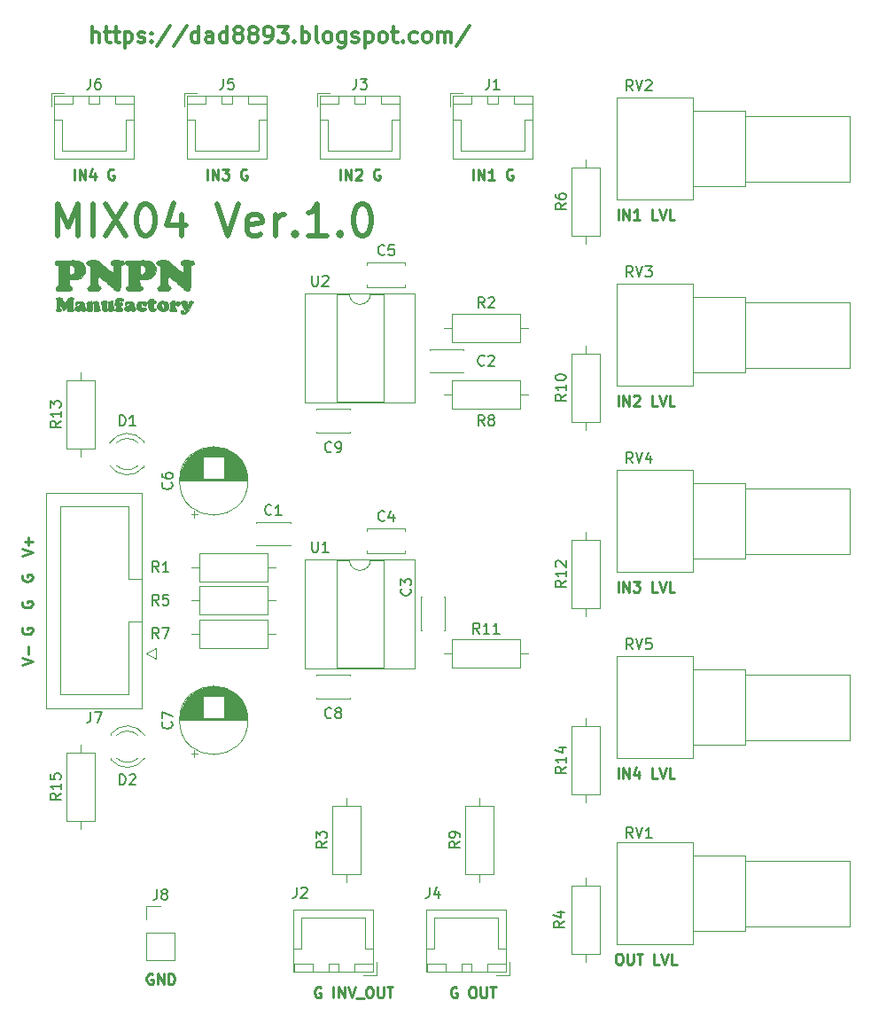
<source format=gto>
G04 #@! TF.GenerationSoftware,KiCad,Pcbnew,(5.1.10)-1*
G04 #@! TF.CreationDate,2021-07-20T07:39:08+09:00*
G04 #@! TF.ProjectId,MIX04,4d495830-342e-46b6-9963-61645f706362,Ver. 1.0*
G04 #@! TF.SameCoordinates,Original*
G04 #@! TF.FileFunction,Legend,Top*
G04 #@! TF.FilePolarity,Positive*
%FSLAX46Y46*%
G04 Gerber Fmt 4.6, Leading zero omitted, Abs format (unit mm)*
G04 Created by KiCad (PCBNEW (5.1.10)-1) date 2021-07-20 07:39:08*
%MOMM*%
%LPD*%
G01*
G04 APERTURE LIST*
%ADD10C,0.220000*%
%ADD11C,0.300000*%
%ADD12C,0.500000*%
%ADD13C,0.010000*%
%ADD14C,0.120000*%
%ADD15C,0.150000*%
G04 APERTURE END LIST*
D10*
X103592380Y-110306666D02*
X104592380Y-109973333D01*
X103592380Y-109640000D01*
X104211428Y-109306666D02*
X104211428Y-108544761D01*
X103640000Y-106782857D02*
X103592380Y-106878095D01*
X103592380Y-107020952D01*
X103640000Y-107163809D01*
X103735238Y-107259047D01*
X103830476Y-107306666D01*
X104020952Y-107354285D01*
X104163809Y-107354285D01*
X104354285Y-107306666D01*
X104449523Y-107259047D01*
X104544761Y-107163809D01*
X104592380Y-107020952D01*
X104592380Y-106925714D01*
X104544761Y-106782857D01*
X104497142Y-106735238D01*
X104163809Y-106735238D01*
X104163809Y-106925714D01*
X103640000Y-104259047D02*
X103592380Y-104354285D01*
X103592380Y-104497142D01*
X103640000Y-104640000D01*
X103735238Y-104735238D01*
X103830476Y-104782857D01*
X104020952Y-104830476D01*
X104163809Y-104830476D01*
X104354285Y-104782857D01*
X104449523Y-104735238D01*
X104544761Y-104640000D01*
X104592380Y-104497142D01*
X104592380Y-104401904D01*
X104544761Y-104259047D01*
X104497142Y-104211428D01*
X104163809Y-104211428D01*
X104163809Y-104401904D01*
X103640000Y-101735238D02*
X103592380Y-101830476D01*
X103592380Y-101973333D01*
X103640000Y-102116190D01*
X103735238Y-102211428D01*
X103830476Y-102259047D01*
X104020952Y-102306666D01*
X104163809Y-102306666D01*
X104354285Y-102259047D01*
X104449523Y-102211428D01*
X104544761Y-102116190D01*
X104592380Y-101973333D01*
X104592380Y-101878095D01*
X104544761Y-101735238D01*
X104497142Y-101687619D01*
X104163809Y-101687619D01*
X104163809Y-101878095D01*
X103592380Y-99878095D02*
X104592380Y-99544761D01*
X103592380Y-99211428D01*
X104211428Y-98878095D02*
X104211428Y-98116190D01*
X104592380Y-98497142D02*
X103830476Y-98497142D01*
X116078095Y-139835000D02*
X115982857Y-139787380D01*
X115840000Y-139787380D01*
X115697142Y-139835000D01*
X115601904Y-139930238D01*
X115554285Y-140025476D01*
X115506666Y-140215952D01*
X115506666Y-140358809D01*
X115554285Y-140549285D01*
X115601904Y-140644523D01*
X115697142Y-140739761D01*
X115840000Y-140787380D01*
X115935238Y-140787380D01*
X116078095Y-140739761D01*
X116125714Y-140692142D01*
X116125714Y-140358809D01*
X115935238Y-140358809D01*
X116554285Y-140787380D02*
X116554285Y-139787380D01*
X117125714Y-140787380D01*
X117125714Y-139787380D01*
X117601904Y-140787380D02*
X117601904Y-139787380D01*
X117840000Y-139787380D01*
X117982857Y-139835000D01*
X118078095Y-139930238D01*
X118125714Y-140025476D01*
X118173333Y-140215952D01*
X118173333Y-140358809D01*
X118125714Y-140549285D01*
X118078095Y-140644523D01*
X117982857Y-140739761D01*
X117840000Y-140787380D01*
X117601904Y-140787380D01*
X145137380Y-141105000D02*
X145042142Y-141057380D01*
X144899285Y-141057380D01*
X144756428Y-141105000D01*
X144661190Y-141200238D01*
X144613571Y-141295476D01*
X144565952Y-141485952D01*
X144565952Y-141628809D01*
X144613571Y-141819285D01*
X144661190Y-141914523D01*
X144756428Y-142009761D01*
X144899285Y-142057380D01*
X144994523Y-142057380D01*
X145137380Y-142009761D01*
X145185000Y-141962142D01*
X145185000Y-141628809D01*
X144994523Y-141628809D01*
X146565952Y-141057380D02*
X146756428Y-141057380D01*
X146851666Y-141105000D01*
X146946904Y-141200238D01*
X146994523Y-141390714D01*
X146994523Y-141724047D01*
X146946904Y-141914523D01*
X146851666Y-142009761D01*
X146756428Y-142057380D01*
X146565952Y-142057380D01*
X146470714Y-142009761D01*
X146375476Y-141914523D01*
X146327857Y-141724047D01*
X146327857Y-141390714D01*
X146375476Y-141200238D01*
X146470714Y-141105000D01*
X146565952Y-141057380D01*
X147423095Y-141057380D02*
X147423095Y-141866904D01*
X147470714Y-141962142D01*
X147518333Y-142009761D01*
X147613571Y-142057380D01*
X147804047Y-142057380D01*
X147899285Y-142009761D01*
X147946904Y-141962142D01*
X147994523Y-141866904D01*
X147994523Y-141057380D01*
X148327857Y-141057380D02*
X148899285Y-141057380D01*
X148613571Y-142057380D02*
X148613571Y-141057380D01*
X132135952Y-141105000D02*
X132040714Y-141057380D01*
X131897857Y-141057380D01*
X131755000Y-141105000D01*
X131659761Y-141200238D01*
X131612142Y-141295476D01*
X131564523Y-141485952D01*
X131564523Y-141628809D01*
X131612142Y-141819285D01*
X131659761Y-141914523D01*
X131755000Y-142009761D01*
X131897857Y-142057380D01*
X131993095Y-142057380D01*
X132135952Y-142009761D01*
X132183571Y-141962142D01*
X132183571Y-141628809D01*
X131993095Y-141628809D01*
X133374047Y-142057380D02*
X133374047Y-141057380D01*
X133850238Y-142057380D02*
X133850238Y-141057380D01*
X134421666Y-142057380D01*
X134421666Y-141057380D01*
X134755000Y-141057380D02*
X135088333Y-142057380D01*
X135421666Y-141057380D01*
X135516904Y-142152619D02*
X136278809Y-142152619D01*
X136707380Y-141057380D02*
X136897857Y-141057380D01*
X136993095Y-141105000D01*
X137088333Y-141200238D01*
X137135952Y-141390714D01*
X137135952Y-141724047D01*
X137088333Y-141914523D01*
X136993095Y-142009761D01*
X136897857Y-142057380D01*
X136707380Y-142057380D01*
X136612142Y-142009761D01*
X136516904Y-141914523D01*
X136469285Y-141724047D01*
X136469285Y-141390714D01*
X136516904Y-141200238D01*
X136612142Y-141105000D01*
X136707380Y-141057380D01*
X137564523Y-141057380D02*
X137564523Y-141866904D01*
X137612142Y-141962142D01*
X137659761Y-142009761D01*
X137755000Y-142057380D01*
X137945476Y-142057380D01*
X138040714Y-142009761D01*
X138088333Y-141962142D01*
X138135952Y-141866904D01*
X138135952Y-141057380D01*
X138469285Y-141057380D02*
X139040714Y-141057380D01*
X138755000Y-142057380D02*
X138755000Y-141057380D01*
X160575952Y-137882380D02*
X160766428Y-137882380D01*
X160861666Y-137930000D01*
X160956904Y-138025238D01*
X161004523Y-138215714D01*
X161004523Y-138549047D01*
X160956904Y-138739523D01*
X160861666Y-138834761D01*
X160766428Y-138882380D01*
X160575952Y-138882380D01*
X160480714Y-138834761D01*
X160385476Y-138739523D01*
X160337857Y-138549047D01*
X160337857Y-138215714D01*
X160385476Y-138025238D01*
X160480714Y-137930000D01*
X160575952Y-137882380D01*
X161433095Y-137882380D02*
X161433095Y-138691904D01*
X161480714Y-138787142D01*
X161528333Y-138834761D01*
X161623571Y-138882380D01*
X161814047Y-138882380D01*
X161909285Y-138834761D01*
X161956904Y-138787142D01*
X162004523Y-138691904D01*
X162004523Y-137882380D01*
X162337857Y-137882380D02*
X162909285Y-137882380D01*
X162623571Y-138882380D02*
X162623571Y-137882380D01*
X164480714Y-138882380D02*
X164004523Y-138882380D01*
X164004523Y-137882380D01*
X164671190Y-137882380D02*
X165004523Y-138882380D01*
X165337857Y-137882380D01*
X166147380Y-138882380D02*
X165671190Y-138882380D01*
X165671190Y-137882380D01*
X160575952Y-121102380D02*
X160575952Y-120102380D01*
X161052142Y-121102380D02*
X161052142Y-120102380D01*
X161623571Y-121102380D01*
X161623571Y-120102380D01*
X162528333Y-120435714D02*
X162528333Y-121102380D01*
X162290238Y-120054761D02*
X162052142Y-120769047D01*
X162671190Y-120769047D01*
X164290238Y-121102380D02*
X163814047Y-121102380D01*
X163814047Y-120102380D01*
X164480714Y-120102380D02*
X164814047Y-121102380D01*
X165147380Y-120102380D01*
X165956904Y-121102380D02*
X165480714Y-121102380D01*
X165480714Y-120102380D01*
X160575952Y-103322380D02*
X160575952Y-102322380D01*
X161052142Y-103322380D02*
X161052142Y-102322380D01*
X161623571Y-103322380D01*
X161623571Y-102322380D01*
X162004523Y-102322380D02*
X162623571Y-102322380D01*
X162290238Y-102703333D01*
X162433095Y-102703333D01*
X162528333Y-102750952D01*
X162575952Y-102798571D01*
X162623571Y-102893809D01*
X162623571Y-103131904D01*
X162575952Y-103227142D01*
X162528333Y-103274761D01*
X162433095Y-103322380D01*
X162147380Y-103322380D01*
X162052142Y-103274761D01*
X162004523Y-103227142D01*
X164290238Y-103322380D02*
X163814047Y-103322380D01*
X163814047Y-102322380D01*
X164480714Y-102322380D02*
X164814047Y-103322380D01*
X165147380Y-102322380D01*
X165956904Y-103322380D02*
X165480714Y-103322380D01*
X165480714Y-102322380D01*
X160575952Y-85542380D02*
X160575952Y-84542380D01*
X161052142Y-85542380D02*
X161052142Y-84542380D01*
X161623571Y-85542380D01*
X161623571Y-84542380D01*
X162052142Y-84637619D02*
X162099761Y-84590000D01*
X162195000Y-84542380D01*
X162433095Y-84542380D01*
X162528333Y-84590000D01*
X162575952Y-84637619D01*
X162623571Y-84732857D01*
X162623571Y-84828095D01*
X162575952Y-84970952D01*
X162004523Y-85542380D01*
X162623571Y-85542380D01*
X164290238Y-85542380D02*
X163814047Y-85542380D01*
X163814047Y-84542380D01*
X164480714Y-84542380D02*
X164814047Y-85542380D01*
X165147380Y-84542380D01*
X165956904Y-85542380D02*
X165480714Y-85542380D01*
X165480714Y-84542380D01*
X160575952Y-67762380D02*
X160575952Y-66762380D01*
X161052142Y-67762380D02*
X161052142Y-66762380D01*
X161623571Y-67762380D01*
X161623571Y-66762380D01*
X162623571Y-67762380D02*
X162052142Y-67762380D01*
X162337857Y-67762380D02*
X162337857Y-66762380D01*
X162242619Y-66905238D01*
X162147380Y-67000476D01*
X162052142Y-67048095D01*
X164290238Y-67762380D02*
X163814047Y-67762380D01*
X163814047Y-66762380D01*
X164480714Y-66762380D02*
X164814047Y-67762380D01*
X165147380Y-66762380D01*
X165956904Y-67762380D02*
X165480714Y-67762380D01*
X165480714Y-66762380D01*
X146709047Y-63952380D02*
X146709047Y-62952380D01*
X147185238Y-63952380D02*
X147185238Y-62952380D01*
X147756666Y-63952380D01*
X147756666Y-62952380D01*
X148756666Y-63952380D02*
X148185238Y-63952380D01*
X148470952Y-63952380D02*
X148470952Y-62952380D01*
X148375714Y-63095238D01*
X148280476Y-63190476D01*
X148185238Y-63238095D01*
X150470952Y-63000000D02*
X150375714Y-62952380D01*
X150232857Y-62952380D01*
X150090000Y-63000000D01*
X149994761Y-63095238D01*
X149947142Y-63190476D01*
X149899523Y-63380952D01*
X149899523Y-63523809D01*
X149947142Y-63714285D01*
X149994761Y-63809523D01*
X150090000Y-63904761D01*
X150232857Y-63952380D01*
X150328095Y-63952380D01*
X150470952Y-63904761D01*
X150518571Y-63857142D01*
X150518571Y-63523809D01*
X150328095Y-63523809D01*
X134009047Y-63952380D02*
X134009047Y-62952380D01*
X134485238Y-63952380D02*
X134485238Y-62952380D01*
X135056666Y-63952380D01*
X135056666Y-62952380D01*
X135485238Y-63047619D02*
X135532857Y-63000000D01*
X135628095Y-62952380D01*
X135866190Y-62952380D01*
X135961428Y-63000000D01*
X136009047Y-63047619D01*
X136056666Y-63142857D01*
X136056666Y-63238095D01*
X136009047Y-63380952D01*
X135437619Y-63952380D01*
X136056666Y-63952380D01*
X137770952Y-63000000D02*
X137675714Y-62952380D01*
X137532857Y-62952380D01*
X137390000Y-63000000D01*
X137294761Y-63095238D01*
X137247142Y-63190476D01*
X137199523Y-63380952D01*
X137199523Y-63523809D01*
X137247142Y-63714285D01*
X137294761Y-63809523D01*
X137390000Y-63904761D01*
X137532857Y-63952380D01*
X137628095Y-63952380D01*
X137770952Y-63904761D01*
X137818571Y-63857142D01*
X137818571Y-63523809D01*
X137628095Y-63523809D01*
X121309047Y-63952380D02*
X121309047Y-62952380D01*
X121785238Y-63952380D02*
X121785238Y-62952380D01*
X122356666Y-63952380D01*
X122356666Y-62952380D01*
X122737619Y-62952380D02*
X123356666Y-62952380D01*
X123023333Y-63333333D01*
X123166190Y-63333333D01*
X123261428Y-63380952D01*
X123309047Y-63428571D01*
X123356666Y-63523809D01*
X123356666Y-63761904D01*
X123309047Y-63857142D01*
X123261428Y-63904761D01*
X123166190Y-63952380D01*
X122880476Y-63952380D01*
X122785238Y-63904761D01*
X122737619Y-63857142D01*
X125070952Y-63000000D02*
X124975714Y-62952380D01*
X124832857Y-62952380D01*
X124690000Y-63000000D01*
X124594761Y-63095238D01*
X124547142Y-63190476D01*
X124499523Y-63380952D01*
X124499523Y-63523809D01*
X124547142Y-63714285D01*
X124594761Y-63809523D01*
X124690000Y-63904761D01*
X124832857Y-63952380D01*
X124928095Y-63952380D01*
X125070952Y-63904761D01*
X125118571Y-63857142D01*
X125118571Y-63523809D01*
X124928095Y-63523809D01*
X108609047Y-63952380D02*
X108609047Y-62952380D01*
X109085238Y-63952380D02*
X109085238Y-62952380D01*
X109656666Y-63952380D01*
X109656666Y-62952380D01*
X110561428Y-63285714D02*
X110561428Y-63952380D01*
X110323333Y-62904761D02*
X110085238Y-63619047D01*
X110704285Y-63619047D01*
X112370952Y-63000000D02*
X112275714Y-62952380D01*
X112132857Y-62952380D01*
X111990000Y-63000000D01*
X111894761Y-63095238D01*
X111847142Y-63190476D01*
X111799523Y-63380952D01*
X111799523Y-63523809D01*
X111847142Y-63714285D01*
X111894761Y-63809523D01*
X111990000Y-63904761D01*
X112132857Y-63952380D01*
X112228095Y-63952380D01*
X112370952Y-63904761D01*
X112418571Y-63857142D01*
X112418571Y-63523809D01*
X112228095Y-63523809D01*
D11*
X110341428Y-50843571D02*
X110341428Y-49343571D01*
X110984285Y-50843571D02*
X110984285Y-50057857D01*
X110912857Y-49915000D01*
X110770000Y-49843571D01*
X110555714Y-49843571D01*
X110412857Y-49915000D01*
X110341428Y-49986428D01*
X111484285Y-49843571D02*
X112055714Y-49843571D01*
X111698571Y-49343571D02*
X111698571Y-50629285D01*
X111770000Y-50772142D01*
X111912857Y-50843571D01*
X112055714Y-50843571D01*
X112341428Y-49843571D02*
X112912857Y-49843571D01*
X112555714Y-49343571D02*
X112555714Y-50629285D01*
X112627142Y-50772142D01*
X112770000Y-50843571D01*
X112912857Y-50843571D01*
X113412857Y-49843571D02*
X113412857Y-51343571D01*
X113412857Y-49915000D02*
X113555714Y-49843571D01*
X113841428Y-49843571D01*
X113984285Y-49915000D01*
X114055714Y-49986428D01*
X114127142Y-50129285D01*
X114127142Y-50557857D01*
X114055714Y-50700714D01*
X113984285Y-50772142D01*
X113841428Y-50843571D01*
X113555714Y-50843571D01*
X113412857Y-50772142D01*
X114698571Y-50772142D02*
X114841428Y-50843571D01*
X115127142Y-50843571D01*
X115270000Y-50772142D01*
X115341428Y-50629285D01*
X115341428Y-50557857D01*
X115270000Y-50415000D01*
X115127142Y-50343571D01*
X114912857Y-50343571D01*
X114770000Y-50272142D01*
X114698571Y-50129285D01*
X114698571Y-50057857D01*
X114770000Y-49915000D01*
X114912857Y-49843571D01*
X115127142Y-49843571D01*
X115270000Y-49915000D01*
X115984285Y-50700714D02*
X116055714Y-50772142D01*
X115984285Y-50843571D01*
X115912857Y-50772142D01*
X115984285Y-50700714D01*
X115984285Y-50843571D01*
X115984285Y-49915000D02*
X116055714Y-49986428D01*
X115984285Y-50057857D01*
X115912857Y-49986428D01*
X115984285Y-49915000D01*
X115984285Y-50057857D01*
X117770000Y-49272142D02*
X116484285Y-51200714D01*
X119341428Y-49272142D02*
X118055714Y-51200714D01*
X120484285Y-50843571D02*
X120484285Y-49343571D01*
X120484285Y-50772142D02*
X120341428Y-50843571D01*
X120055714Y-50843571D01*
X119912857Y-50772142D01*
X119841428Y-50700714D01*
X119770000Y-50557857D01*
X119770000Y-50129285D01*
X119841428Y-49986428D01*
X119912857Y-49915000D01*
X120055714Y-49843571D01*
X120341428Y-49843571D01*
X120484285Y-49915000D01*
X121841428Y-50843571D02*
X121841428Y-50057857D01*
X121770000Y-49915000D01*
X121627142Y-49843571D01*
X121341428Y-49843571D01*
X121198571Y-49915000D01*
X121841428Y-50772142D02*
X121698571Y-50843571D01*
X121341428Y-50843571D01*
X121198571Y-50772142D01*
X121127142Y-50629285D01*
X121127142Y-50486428D01*
X121198571Y-50343571D01*
X121341428Y-50272142D01*
X121698571Y-50272142D01*
X121841428Y-50200714D01*
X123198571Y-50843571D02*
X123198571Y-49343571D01*
X123198571Y-50772142D02*
X123055714Y-50843571D01*
X122770000Y-50843571D01*
X122627142Y-50772142D01*
X122555714Y-50700714D01*
X122484285Y-50557857D01*
X122484285Y-50129285D01*
X122555714Y-49986428D01*
X122627142Y-49915000D01*
X122770000Y-49843571D01*
X123055714Y-49843571D01*
X123198571Y-49915000D01*
X124127142Y-49986428D02*
X123984285Y-49915000D01*
X123912857Y-49843571D01*
X123841428Y-49700714D01*
X123841428Y-49629285D01*
X123912857Y-49486428D01*
X123984285Y-49415000D01*
X124127142Y-49343571D01*
X124412857Y-49343571D01*
X124555714Y-49415000D01*
X124627142Y-49486428D01*
X124698571Y-49629285D01*
X124698571Y-49700714D01*
X124627142Y-49843571D01*
X124555714Y-49915000D01*
X124412857Y-49986428D01*
X124127142Y-49986428D01*
X123984285Y-50057857D01*
X123912857Y-50129285D01*
X123841428Y-50272142D01*
X123841428Y-50557857D01*
X123912857Y-50700714D01*
X123984285Y-50772142D01*
X124127142Y-50843571D01*
X124412857Y-50843571D01*
X124555714Y-50772142D01*
X124627142Y-50700714D01*
X124698571Y-50557857D01*
X124698571Y-50272142D01*
X124627142Y-50129285D01*
X124555714Y-50057857D01*
X124412857Y-49986428D01*
X125555714Y-49986428D02*
X125412857Y-49915000D01*
X125341428Y-49843571D01*
X125270000Y-49700714D01*
X125270000Y-49629285D01*
X125341428Y-49486428D01*
X125412857Y-49415000D01*
X125555714Y-49343571D01*
X125841428Y-49343571D01*
X125984285Y-49415000D01*
X126055714Y-49486428D01*
X126127142Y-49629285D01*
X126127142Y-49700714D01*
X126055714Y-49843571D01*
X125984285Y-49915000D01*
X125841428Y-49986428D01*
X125555714Y-49986428D01*
X125412857Y-50057857D01*
X125341428Y-50129285D01*
X125270000Y-50272142D01*
X125270000Y-50557857D01*
X125341428Y-50700714D01*
X125412857Y-50772142D01*
X125555714Y-50843571D01*
X125841428Y-50843571D01*
X125984285Y-50772142D01*
X126055714Y-50700714D01*
X126127142Y-50557857D01*
X126127142Y-50272142D01*
X126055714Y-50129285D01*
X125984285Y-50057857D01*
X125841428Y-49986428D01*
X126841428Y-50843571D02*
X127127142Y-50843571D01*
X127270000Y-50772142D01*
X127341428Y-50700714D01*
X127484285Y-50486428D01*
X127555714Y-50200714D01*
X127555714Y-49629285D01*
X127484285Y-49486428D01*
X127412857Y-49415000D01*
X127270000Y-49343571D01*
X126984285Y-49343571D01*
X126841428Y-49415000D01*
X126770000Y-49486428D01*
X126698571Y-49629285D01*
X126698571Y-49986428D01*
X126770000Y-50129285D01*
X126841428Y-50200714D01*
X126984285Y-50272142D01*
X127270000Y-50272142D01*
X127412857Y-50200714D01*
X127484285Y-50129285D01*
X127555714Y-49986428D01*
X128055714Y-49343571D02*
X128984285Y-49343571D01*
X128484285Y-49915000D01*
X128698571Y-49915000D01*
X128841428Y-49986428D01*
X128912857Y-50057857D01*
X128984285Y-50200714D01*
X128984285Y-50557857D01*
X128912857Y-50700714D01*
X128841428Y-50772142D01*
X128698571Y-50843571D01*
X128270000Y-50843571D01*
X128127142Y-50772142D01*
X128055714Y-50700714D01*
X129627142Y-50700714D02*
X129698571Y-50772142D01*
X129627142Y-50843571D01*
X129555714Y-50772142D01*
X129627142Y-50700714D01*
X129627142Y-50843571D01*
X130341428Y-50843571D02*
X130341428Y-49343571D01*
X130341428Y-49915000D02*
X130484285Y-49843571D01*
X130770000Y-49843571D01*
X130912857Y-49915000D01*
X130984285Y-49986428D01*
X131055714Y-50129285D01*
X131055714Y-50557857D01*
X130984285Y-50700714D01*
X130912857Y-50772142D01*
X130770000Y-50843571D01*
X130484285Y-50843571D01*
X130341428Y-50772142D01*
X131912857Y-50843571D02*
X131770000Y-50772142D01*
X131698571Y-50629285D01*
X131698571Y-49343571D01*
X132698571Y-50843571D02*
X132555714Y-50772142D01*
X132484285Y-50700714D01*
X132412857Y-50557857D01*
X132412857Y-50129285D01*
X132484285Y-49986428D01*
X132555714Y-49915000D01*
X132698571Y-49843571D01*
X132912857Y-49843571D01*
X133055714Y-49915000D01*
X133127142Y-49986428D01*
X133198571Y-50129285D01*
X133198571Y-50557857D01*
X133127142Y-50700714D01*
X133055714Y-50772142D01*
X132912857Y-50843571D01*
X132698571Y-50843571D01*
X134484285Y-49843571D02*
X134484285Y-51057857D01*
X134412857Y-51200714D01*
X134341428Y-51272142D01*
X134198571Y-51343571D01*
X133984285Y-51343571D01*
X133841428Y-51272142D01*
X134484285Y-50772142D02*
X134341428Y-50843571D01*
X134055714Y-50843571D01*
X133912857Y-50772142D01*
X133841428Y-50700714D01*
X133770000Y-50557857D01*
X133770000Y-50129285D01*
X133841428Y-49986428D01*
X133912857Y-49915000D01*
X134055714Y-49843571D01*
X134341428Y-49843571D01*
X134484285Y-49915000D01*
X135127142Y-50772142D02*
X135270000Y-50843571D01*
X135555714Y-50843571D01*
X135698571Y-50772142D01*
X135770000Y-50629285D01*
X135770000Y-50557857D01*
X135698571Y-50415000D01*
X135555714Y-50343571D01*
X135341428Y-50343571D01*
X135198571Y-50272142D01*
X135127142Y-50129285D01*
X135127142Y-50057857D01*
X135198571Y-49915000D01*
X135341428Y-49843571D01*
X135555714Y-49843571D01*
X135698571Y-49915000D01*
X136412857Y-49843571D02*
X136412857Y-51343571D01*
X136412857Y-49915000D02*
X136555714Y-49843571D01*
X136841428Y-49843571D01*
X136984285Y-49915000D01*
X137055714Y-49986428D01*
X137127142Y-50129285D01*
X137127142Y-50557857D01*
X137055714Y-50700714D01*
X136984285Y-50772142D01*
X136841428Y-50843571D01*
X136555714Y-50843571D01*
X136412857Y-50772142D01*
X137984285Y-50843571D02*
X137841428Y-50772142D01*
X137770000Y-50700714D01*
X137698571Y-50557857D01*
X137698571Y-50129285D01*
X137770000Y-49986428D01*
X137841428Y-49915000D01*
X137984285Y-49843571D01*
X138198571Y-49843571D01*
X138341428Y-49915000D01*
X138412857Y-49986428D01*
X138484285Y-50129285D01*
X138484285Y-50557857D01*
X138412857Y-50700714D01*
X138341428Y-50772142D01*
X138198571Y-50843571D01*
X137984285Y-50843571D01*
X138912857Y-49843571D02*
X139484285Y-49843571D01*
X139127142Y-49343571D02*
X139127142Y-50629285D01*
X139198571Y-50772142D01*
X139341428Y-50843571D01*
X139484285Y-50843571D01*
X139984285Y-50700714D02*
X140055714Y-50772142D01*
X139984285Y-50843571D01*
X139912857Y-50772142D01*
X139984285Y-50700714D01*
X139984285Y-50843571D01*
X141341428Y-50772142D02*
X141198571Y-50843571D01*
X140912857Y-50843571D01*
X140770000Y-50772142D01*
X140698571Y-50700714D01*
X140627142Y-50557857D01*
X140627142Y-50129285D01*
X140698571Y-49986428D01*
X140770000Y-49915000D01*
X140912857Y-49843571D01*
X141198571Y-49843571D01*
X141341428Y-49915000D01*
X142198571Y-50843571D02*
X142055714Y-50772142D01*
X141984285Y-50700714D01*
X141912857Y-50557857D01*
X141912857Y-50129285D01*
X141984285Y-49986428D01*
X142055714Y-49915000D01*
X142198571Y-49843571D01*
X142412857Y-49843571D01*
X142555714Y-49915000D01*
X142627142Y-49986428D01*
X142698571Y-50129285D01*
X142698571Y-50557857D01*
X142627142Y-50700714D01*
X142555714Y-50772142D01*
X142412857Y-50843571D01*
X142198571Y-50843571D01*
X143341428Y-50843571D02*
X143341428Y-49843571D01*
X143341428Y-49986428D02*
X143412857Y-49915000D01*
X143555714Y-49843571D01*
X143770000Y-49843571D01*
X143912857Y-49915000D01*
X143984285Y-50057857D01*
X143984285Y-50843571D01*
X143984285Y-50057857D02*
X144055714Y-49915000D01*
X144198571Y-49843571D01*
X144412857Y-49843571D01*
X144555714Y-49915000D01*
X144627142Y-50057857D01*
X144627142Y-50843571D01*
X146412857Y-49272142D02*
X145127142Y-51200714D01*
D12*
X106991428Y-69302142D02*
X106991428Y-66302142D01*
X107991428Y-68445000D01*
X108991428Y-66302142D01*
X108991428Y-69302142D01*
X110420000Y-69302142D02*
X110420000Y-66302142D01*
X111562857Y-66302142D02*
X113562857Y-69302142D01*
X113562857Y-66302142D02*
X111562857Y-69302142D01*
X115277142Y-66302142D02*
X115562857Y-66302142D01*
X115848571Y-66445000D01*
X115991428Y-66587857D01*
X116134285Y-66873571D01*
X116277142Y-67445000D01*
X116277142Y-68159285D01*
X116134285Y-68730714D01*
X115991428Y-69016428D01*
X115848571Y-69159285D01*
X115562857Y-69302142D01*
X115277142Y-69302142D01*
X114991428Y-69159285D01*
X114848571Y-69016428D01*
X114705714Y-68730714D01*
X114562857Y-68159285D01*
X114562857Y-67445000D01*
X114705714Y-66873571D01*
X114848571Y-66587857D01*
X114991428Y-66445000D01*
X115277142Y-66302142D01*
X118848571Y-67302142D02*
X118848571Y-69302142D01*
X118134285Y-66159285D02*
X117419999Y-68302142D01*
X119277142Y-68302142D01*
X122277142Y-66302142D02*
X123277142Y-69302142D01*
X124277142Y-66302142D01*
X126420000Y-69159285D02*
X126134285Y-69302142D01*
X125562857Y-69302142D01*
X125277142Y-69159285D01*
X125134285Y-68873571D01*
X125134285Y-67730714D01*
X125277142Y-67445000D01*
X125562857Y-67302142D01*
X126134285Y-67302142D01*
X126420000Y-67445000D01*
X126562857Y-67730714D01*
X126562857Y-68016428D01*
X125134285Y-68302142D01*
X127848571Y-69302142D02*
X127848571Y-67302142D01*
X127848571Y-67873571D02*
X127991428Y-67587857D01*
X128134285Y-67445000D01*
X128420000Y-67302142D01*
X128705714Y-67302142D01*
X129705714Y-69016428D02*
X129848571Y-69159285D01*
X129705714Y-69302142D01*
X129562857Y-69159285D01*
X129705714Y-69016428D01*
X129705714Y-69302142D01*
X132705714Y-69302142D02*
X130991428Y-69302142D01*
X131848571Y-69302142D02*
X131848571Y-66302142D01*
X131562857Y-66730714D01*
X131277142Y-67016428D01*
X130991428Y-67159285D01*
X133991428Y-69016428D02*
X134134285Y-69159285D01*
X133991428Y-69302142D01*
X133848571Y-69159285D01*
X133991428Y-69016428D01*
X133991428Y-69302142D01*
X135991428Y-66302142D02*
X136277142Y-66302142D01*
X136562857Y-66445000D01*
X136705714Y-66587857D01*
X136848571Y-66873571D01*
X136991428Y-67445000D01*
X136991428Y-68159285D01*
X136848571Y-68730714D01*
X136705714Y-69016428D01*
X136562857Y-69159285D01*
X136277142Y-69302142D01*
X135991428Y-69302142D01*
X135705714Y-69159285D01*
X135562857Y-69016428D01*
X135420000Y-68730714D01*
X135277142Y-68159285D01*
X135277142Y-67445000D01*
X135420000Y-66873571D01*
X135562857Y-66587857D01*
X135705714Y-66445000D01*
X135991428Y-66302142D01*
D13*
G04 #@! TO.C,G\u002A\u002A\u002A*
G36*
X117293475Y-71645079D02*
G01*
X117441490Y-71657607D01*
X117532412Y-71679799D01*
X117533958Y-71680602D01*
X117588047Y-71719416D01*
X117695313Y-71804338D01*
X117844700Y-71926321D01*
X118025149Y-72076320D01*
X118225599Y-72245289D01*
X118260095Y-72274591D01*
X118461268Y-72442459D01*
X118643708Y-72588659D01*
X118796681Y-72705075D01*
X118909456Y-72783591D01*
X118971299Y-72816090D01*
X118976503Y-72816375D01*
X119019436Y-72779044D01*
X119045090Y-72678663D01*
X119054418Y-72573899D01*
X119057423Y-72374706D01*
X119035240Y-72239172D01*
X118981540Y-72148416D01*
X118890049Y-72083588D01*
X118800823Y-72022963D01*
X118771921Y-71947169D01*
X118774246Y-71882700D01*
X118798897Y-71783539D01*
X118858016Y-71714639D01*
X118963183Y-71671882D01*
X119125978Y-71651148D01*
X119357982Y-71648318D01*
X119428586Y-71649938D01*
X119636009Y-71658460D01*
X119776991Y-71672493D01*
X119869729Y-71695283D01*
X119932418Y-71730079D01*
X119947169Y-71742511D01*
X120013350Y-71827948D01*
X120036167Y-71899592D01*
X120030213Y-71950166D01*
X120001877Y-71996948D01*
X119935448Y-72058142D01*
X119824500Y-72144872D01*
X119718667Y-72225681D01*
X119696622Y-73277274D01*
X119687781Y-73644243D01*
X119677126Y-73935411D01*
X119662807Y-74159646D01*
X119642975Y-74325813D01*
X119615783Y-74442779D01*
X119579380Y-74519411D01*
X119531919Y-74564574D01*
X119471550Y-74587135D01*
X119422039Y-74594104D01*
X119373827Y-74591352D01*
X119315715Y-74570676D01*
X119239044Y-74525727D01*
X119135155Y-74450156D01*
X118995387Y-74337613D01*
X118811083Y-74181749D01*
X118573582Y-73976214D01*
X118542847Y-73949437D01*
X118326350Y-73761772D01*
X118127751Y-73591592D01*
X117957004Y-73447269D01*
X117824062Y-73337175D01*
X117738881Y-73269681D01*
X117715066Y-73253237D01*
X117624307Y-73231675D01*
X117560267Y-73282102D01*
X117520036Y-73408461D01*
X117504931Y-73537850D01*
X117505546Y-73753740D01*
X117537451Y-73933502D01*
X117596131Y-74061084D01*
X117668161Y-74118044D01*
X117753953Y-74175257D01*
X117796864Y-74231187D01*
X117819128Y-74310786D01*
X117785053Y-74394658D01*
X117761253Y-74428395D01*
X117670825Y-74516343D01*
X117577017Y-74567056D01*
X117477824Y-74581627D01*
X117323841Y-74590529D01*
X117144774Y-74593491D01*
X116970328Y-74590242D01*
X116830208Y-74580510D01*
X116787927Y-74574268D01*
X116702350Y-74531027D01*
X116610966Y-74449166D01*
X116542184Y-74358060D01*
X116522500Y-74299833D01*
X116551330Y-74250957D01*
X116624786Y-74169662D01*
X116677433Y-74119113D01*
X116832366Y-73977176D01*
X116852212Y-73427569D01*
X116857523Y-73187683D01*
X116857077Y-72947741D01*
X116851253Y-72736535D01*
X116841233Y-72590128D01*
X116820091Y-72430306D01*
X116788707Y-72322371D01*
X116731967Y-72233684D01*
X116634759Y-72131607D01*
X116624121Y-72121243D01*
X116526160Y-72022194D01*
X116458683Y-71946626D01*
X116437834Y-71914663D01*
X116474767Y-71819132D01*
X116568517Y-71730860D01*
X116654924Y-71687486D01*
X116769091Y-71663417D01*
X116931053Y-71648189D01*
X117114589Y-71642008D01*
X117293475Y-71645079D01*
G37*
X117293475Y-71645079D02*
X117441490Y-71657607D01*
X117532412Y-71679799D01*
X117533958Y-71680602D01*
X117588047Y-71719416D01*
X117695313Y-71804338D01*
X117844700Y-71926321D01*
X118025149Y-72076320D01*
X118225599Y-72245289D01*
X118260095Y-72274591D01*
X118461268Y-72442459D01*
X118643708Y-72588659D01*
X118796681Y-72705075D01*
X118909456Y-72783591D01*
X118971299Y-72816090D01*
X118976503Y-72816375D01*
X119019436Y-72779044D01*
X119045090Y-72678663D01*
X119054418Y-72573899D01*
X119057423Y-72374706D01*
X119035240Y-72239172D01*
X118981540Y-72148416D01*
X118890049Y-72083588D01*
X118800823Y-72022963D01*
X118771921Y-71947169D01*
X118774246Y-71882700D01*
X118798897Y-71783539D01*
X118858016Y-71714639D01*
X118963183Y-71671882D01*
X119125978Y-71651148D01*
X119357982Y-71648318D01*
X119428586Y-71649938D01*
X119636009Y-71658460D01*
X119776991Y-71672493D01*
X119869729Y-71695283D01*
X119932418Y-71730079D01*
X119947169Y-71742511D01*
X120013350Y-71827948D01*
X120036167Y-71899592D01*
X120030213Y-71950166D01*
X120001877Y-71996948D01*
X119935448Y-72058142D01*
X119824500Y-72144872D01*
X119718667Y-72225681D01*
X119696622Y-73277274D01*
X119687781Y-73644243D01*
X119677126Y-73935411D01*
X119662807Y-74159646D01*
X119642975Y-74325813D01*
X119615783Y-74442779D01*
X119579380Y-74519411D01*
X119531919Y-74564574D01*
X119471550Y-74587135D01*
X119422039Y-74594104D01*
X119373827Y-74591352D01*
X119315715Y-74570676D01*
X119239044Y-74525727D01*
X119135155Y-74450156D01*
X118995387Y-74337613D01*
X118811083Y-74181749D01*
X118573582Y-73976214D01*
X118542847Y-73949437D01*
X118326350Y-73761772D01*
X118127751Y-73591592D01*
X117957004Y-73447269D01*
X117824062Y-73337175D01*
X117738881Y-73269681D01*
X117715066Y-73253237D01*
X117624307Y-73231675D01*
X117560267Y-73282102D01*
X117520036Y-73408461D01*
X117504931Y-73537850D01*
X117505546Y-73753740D01*
X117537451Y-73933502D01*
X117596131Y-74061084D01*
X117668161Y-74118044D01*
X117753953Y-74175257D01*
X117796864Y-74231187D01*
X117819128Y-74310786D01*
X117785053Y-74394658D01*
X117761253Y-74428395D01*
X117670825Y-74516343D01*
X117577017Y-74567056D01*
X117477824Y-74581627D01*
X117323841Y-74590529D01*
X117144774Y-74593491D01*
X116970328Y-74590242D01*
X116830208Y-74580510D01*
X116787927Y-74574268D01*
X116702350Y-74531027D01*
X116610966Y-74449166D01*
X116542184Y-74358060D01*
X116522500Y-74299833D01*
X116551330Y-74250957D01*
X116624786Y-74169662D01*
X116677433Y-74119113D01*
X116832366Y-73977176D01*
X116852212Y-73427569D01*
X116857523Y-73187683D01*
X116857077Y-72947741D01*
X116851253Y-72736535D01*
X116841233Y-72590128D01*
X116820091Y-72430306D01*
X116788707Y-72322371D01*
X116731967Y-72233684D01*
X116634759Y-72131607D01*
X116624121Y-72121243D01*
X116526160Y-72022194D01*
X116458683Y-71946626D01*
X116437834Y-71914663D01*
X116474767Y-71819132D01*
X116568517Y-71730860D01*
X116654924Y-71687486D01*
X116769091Y-71663417D01*
X116931053Y-71648189D01*
X117114589Y-71642008D01*
X117293475Y-71645079D01*
G36*
X115322547Y-71652614D02*
G01*
X115464889Y-71659880D01*
X115576108Y-71673203D01*
X115669566Y-71693086D01*
X115711501Y-71704944D01*
X115961726Y-71818503D01*
X116154058Y-71981879D01*
X116287123Y-72181863D01*
X116359549Y-72405241D01*
X116369961Y-72638801D01*
X116316988Y-72869332D01*
X116199254Y-73083621D01*
X116015388Y-73268458D01*
X115882937Y-73354224D01*
X115761258Y-73415122D01*
X115647742Y-73454338D01*
X115515223Y-73477885D01*
X115336536Y-73491779D01*
X115241917Y-73496152D01*
X114829167Y-73513214D01*
X114829167Y-73737661D01*
X114835343Y-73913412D01*
X114860145Y-74027630D01*
X114912979Y-74102945D01*
X115003255Y-74161986D01*
X115006208Y-74163519D01*
X115101210Y-74247697D01*
X115121981Y-74350023D01*
X115070117Y-74450967D01*
X114977334Y-74517636D01*
X114858678Y-74552451D01*
X114680051Y-74577340D01*
X114465622Y-74591791D01*
X114239562Y-74595286D01*
X114026041Y-74587312D01*
X113849228Y-74567353D01*
X113753899Y-74543713D01*
X113598319Y-74468379D01*
X113526561Y-74386433D01*
X113537841Y-74294517D01*
X113631377Y-74189273D01*
X113665000Y-74162403D01*
X113813167Y-74049391D01*
X113813167Y-72760628D01*
X114835534Y-72760628D01*
X114843166Y-72900839D01*
X114862064Y-72979121D01*
X114880465Y-73001803D01*
X115008179Y-73036267D01*
X115148370Y-72995715D01*
X115255757Y-72913956D01*
X115334203Y-72819949D01*
X115370645Y-72720314D01*
X115379500Y-72577650D01*
X115351195Y-72371997D01*
X115267103Y-72228757D01*
X115128461Y-72149450D01*
X115017548Y-72133112D01*
X114850334Y-72127533D01*
X114838132Y-72547368D01*
X114835534Y-72760628D01*
X113813167Y-72760628D01*
X113813167Y-72144380D01*
X113672214Y-72085486D01*
X113519479Y-71999018D01*
X113449519Y-71901105D01*
X113452658Y-71812163D01*
X113467280Y-71775600D01*
X113491800Y-71746967D01*
X113536210Y-71724928D01*
X113610502Y-71708149D01*
X113724669Y-71695293D01*
X113888701Y-71685025D01*
X114112592Y-71676009D01*
X114406334Y-71666909D01*
X114575167Y-71662117D01*
X114891048Y-71654236D01*
X115135721Y-71650900D01*
X115322547Y-71652614D01*
G37*
X115322547Y-71652614D02*
X115464889Y-71659880D01*
X115576108Y-71673203D01*
X115669566Y-71693086D01*
X115711501Y-71704944D01*
X115961726Y-71818503D01*
X116154058Y-71981879D01*
X116287123Y-72181863D01*
X116359549Y-72405241D01*
X116369961Y-72638801D01*
X116316988Y-72869332D01*
X116199254Y-73083621D01*
X116015388Y-73268458D01*
X115882937Y-73354224D01*
X115761258Y-73415122D01*
X115647742Y-73454338D01*
X115515223Y-73477885D01*
X115336536Y-73491779D01*
X115241917Y-73496152D01*
X114829167Y-73513214D01*
X114829167Y-73737661D01*
X114835343Y-73913412D01*
X114860145Y-74027630D01*
X114912979Y-74102945D01*
X115003255Y-74161986D01*
X115006208Y-74163519D01*
X115101210Y-74247697D01*
X115121981Y-74350023D01*
X115070117Y-74450967D01*
X114977334Y-74517636D01*
X114858678Y-74552451D01*
X114680051Y-74577340D01*
X114465622Y-74591791D01*
X114239562Y-74595286D01*
X114026041Y-74587312D01*
X113849228Y-74567353D01*
X113753899Y-74543713D01*
X113598319Y-74468379D01*
X113526561Y-74386433D01*
X113537841Y-74294517D01*
X113631377Y-74189273D01*
X113665000Y-74162403D01*
X113813167Y-74049391D01*
X113813167Y-72760628D01*
X114835534Y-72760628D01*
X114843166Y-72900839D01*
X114862064Y-72979121D01*
X114880465Y-73001803D01*
X115008179Y-73036267D01*
X115148370Y-72995715D01*
X115255757Y-72913956D01*
X115334203Y-72819949D01*
X115370645Y-72720314D01*
X115379500Y-72577650D01*
X115351195Y-72371997D01*
X115267103Y-72228757D01*
X115128461Y-72149450D01*
X115017548Y-72133112D01*
X114850334Y-72127533D01*
X114838132Y-72547368D01*
X114835534Y-72760628D01*
X113813167Y-72760628D01*
X113813167Y-72144380D01*
X113672214Y-72085486D01*
X113519479Y-71999018D01*
X113449519Y-71901105D01*
X113452658Y-71812163D01*
X113467280Y-71775600D01*
X113491800Y-71746967D01*
X113536210Y-71724928D01*
X113610502Y-71708149D01*
X113724669Y-71695293D01*
X113888701Y-71685025D01*
X114112592Y-71676009D01*
X114406334Y-71666909D01*
X114575167Y-71662117D01*
X114891048Y-71654236D01*
X115135721Y-71650900D01*
X115322547Y-71652614D01*
G36*
X110604808Y-71645079D02*
G01*
X110752823Y-71657607D01*
X110843745Y-71679799D01*
X110845292Y-71680602D01*
X110899380Y-71719416D01*
X111006647Y-71804338D01*
X111156034Y-71926321D01*
X111336482Y-72076320D01*
X111536933Y-72245289D01*
X111571429Y-72274591D01*
X111772602Y-72442459D01*
X111955041Y-72588659D01*
X112108014Y-72705075D01*
X112220789Y-72783591D01*
X112282633Y-72816090D01*
X112287837Y-72816375D01*
X112330769Y-72779044D01*
X112356424Y-72678663D01*
X112365751Y-72573899D01*
X112368757Y-72374706D01*
X112346574Y-72239172D01*
X112292873Y-72148416D01*
X112201382Y-72083588D01*
X112112157Y-72022963D01*
X112083254Y-71947169D01*
X112085579Y-71882700D01*
X112110230Y-71783539D01*
X112169349Y-71714639D01*
X112274516Y-71671882D01*
X112437311Y-71651148D01*
X112669316Y-71648318D01*
X112739919Y-71649938D01*
X112947342Y-71658460D01*
X113088324Y-71672493D01*
X113181062Y-71695283D01*
X113243751Y-71730079D01*
X113258503Y-71742511D01*
X113324684Y-71827948D01*
X113347500Y-71899592D01*
X113341546Y-71950166D01*
X113313210Y-71996948D01*
X113246782Y-72058142D01*
X113135834Y-72144872D01*
X113030000Y-72225681D01*
X113007955Y-73277274D01*
X112999114Y-73644243D01*
X112988459Y-73935411D01*
X112974140Y-74159646D01*
X112954309Y-74325813D01*
X112927116Y-74442779D01*
X112890714Y-74519411D01*
X112843252Y-74564574D01*
X112782883Y-74587135D01*
X112733372Y-74594104D01*
X112685160Y-74591352D01*
X112627049Y-74570676D01*
X112550378Y-74525727D01*
X112446488Y-74450156D01*
X112306721Y-74337613D01*
X112122416Y-74181749D01*
X111884915Y-73976214D01*
X111854180Y-73949437D01*
X111637683Y-73761772D01*
X111439084Y-73591592D01*
X111268337Y-73447269D01*
X111135396Y-73337175D01*
X111050214Y-73269681D01*
X111026399Y-73253237D01*
X110935640Y-73231675D01*
X110871600Y-73282102D01*
X110831369Y-73408461D01*
X110816265Y-73537850D01*
X110816879Y-73753740D01*
X110848785Y-73933502D01*
X110907464Y-74061084D01*
X110979494Y-74118044D01*
X111065286Y-74175257D01*
X111108197Y-74231187D01*
X111130462Y-74310786D01*
X111096387Y-74394658D01*
X111072586Y-74428395D01*
X110982158Y-74516343D01*
X110888351Y-74567056D01*
X110789157Y-74581627D01*
X110635174Y-74590529D01*
X110456107Y-74593491D01*
X110281661Y-74590242D01*
X110141541Y-74580510D01*
X110099260Y-74574268D01*
X110013684Y-74531027D01*
X109922299Y-74449166D01*
X109853517Y-74358060D01*
X109833834Y-74299833D01*
X109862664Y-74250957D01*
X109936120Y-74169662D01*
X109988766Y-74119113D01*
X110143699Y-73977176D01*
X110163545Y-73427569D01*
X110168856Y-73187683D01*
X110168411Y-72947741D01*
X110162587Y-72736535D01*
X110152567Y-72590128D01*
X110131424Y-72430306D01*
X110100040Y-72322371D01*
X110043301Y-72233684D01*
X109946093Y-72131607D01*
X109935455Y-72121243D01*
X109837493Y-72022194D01*
X109770016Y-71946626D01*
X109749167Y-71914663D01*
X109786100Y-71819132D01*
X109879850Y-71730860D01*
X109966257Y-71687486D01*
X110080425Y-71663417D01*
X110242387Y-71648189D01*
X110425922Y-71642008D01*
X110604808Y-71645079D01*
G37*
X110604808Y-71645079D02*
X110752823Y-71657607D01*
X110843745Y-71679799D01*
X110845292Y-71680602D01*
X110899380Y-71719416D01*
X111006647Y-71804338D01*
X111156034Y-71926321D01*
X111336482Y-72076320D01*
X111536933Y-72245289D01*
X111571429Y-72274591D01*
X111772602Y-72442459D01*
X111955041Y-72588659D01*
X112108014Y-72705075D01*
X112220789Y-72783591D01*
X112282633Y-72816090D01*
X112287837Y-72816375D01*
X112330769Y-72779044D01*
X112356424Y-72678663D01*
X112365751Y-72573899D01*
X112368757Y-72374706D01*
X112346574Y-72239172D01*
X112292873Y-72148416D01*
X112201382Y-72083588D01*
X112112157Y-72022963D01*
X112083254Y-71947169D01*
X112085579Y-71882700D01*
X112110230Y-71783539D01*
X112169349Y-71714639D01*
X112274516Y-71671882D01*
X112437311Y-71651148D01*
X112669316Y-71648318D01*
X112739919Y-71649938D01*
X112947342Y-71658460D01*
X113088324Y-71672493D01*
X113181062Y-71695283D01*
X113243751Y-71730079D01*
X113258503Y-71742511D01*
X113324684Y-71827948D01*
X113347500Y-71899592D01*
X113341546Y-71950166D01*
X113313210Y-71996948D01*
X113246782Y-72058142D01*
X113135834Y-72144872D01*
X113030000Y-72225681D01*
X113007955Y-73277274D01*
X112999114Y-73644243D01*
X112988459Y-73935411D01*
X112974140Y-74159646D01*
X112954309Y-74325813D01*
X112927116Y-74442779D01*
X112890714Y-74519411D01*
X112843252Y-74564574D01*
X112782883Y-74587135D01*
X112733372Y-74594104D01*
X112685160Y-74591352D01*
X112627049Y-74570676D01*
X112550378Y-74525727D01*
X112446488Y-74450156D01*
X112306721Y-74337613D01*
X112122416Y-74181749D01*
X111884915Y-73976214D01*
X111854180Y-73949437D01*
X111637683Y-73761772D01*
X111439084Y-73591592D01*
X111268337Y-73447269D01*
X111135396Y-73337175D01*
X111050214Y-73269681D01*
X111026399Y-73253237D01*
X110935640Y-73231675D01*
X110871600Y-73282102D01*
X110831369Y-73408461D01*
X110816265Y-73537850D01*
X110816879Y-73753740D01*
X110848785Y-73933502D01*
X110907464Y-74061084D01*
X110979494Y-74118044D01*
X111065286Y-74175257D01*
X111108197Y-74231187D01*
X111130462Y-74310786D01*
X111096387Y-74394658D01*
X111072586Y-74428395D01*
X110982158Y-74516343D01*
X110888351Y-74567056D01*
X110789157Y-74581627D01*
X110635174Y-74590529D01*
X110456107Y-74593491D01*
X110281661Y-74590242D01*
X110141541Y-74580510D01*
X110099260Y-74574268D01*
X110013684Y-74531027D01*
X109922299Y-74449166D01*
X109853517Y-74358060D01*
X109833834Y-74299833D01*
X109862664Y-74250957D01*
X109936120Y-74169662D01*
X109988766Y-74119113D01*
X110143699Y-73977176D01*
X110163545Y-73427569D01*
X110168856Y-73187683D01*
X110168411Y-72947741D01*
X110162587Y-72736535D01*
X110152567Y-72590128D01*
X110131424Y-72430306D01*
X110100040Y-72322371D01*
X110043301Y-72233684D01*
X109946093Y-72131607D01*
X109935455Y-72121243D01*
X109837493Y-72022194D01*
X109770016Y-71946626D01*
X109749167Y-71914663D01*
X109786100Y-71819132D01*
X109879850Y-71730860D01*
X109966257Y-71687486D01*
X110080425Y-71663417D01*
X110242387Y-71648189D01*
X110425922Y-71642008D01*
X110604808Y-71645079D01*
G36*
X108591547Y-71652614D02*
G01*
X108733889Y-71659880D01*
X108845108Y-71673203D01*
X108938566Y-71693086D01*
X108980501Y-71704944D01*
X109230726Y-71818503D01*
X109423058Y-71981879D01*
X109556123Y-72181863D01*
X109628549Y-72405241D01*
X109638961Y-72638801D01*
X109585988Y-72869332D01*
X109468254Y-73083621D01*
X109284388Y-73268458D01*
X109151937Y-73354224D01*
X109030258Y-73415122D01*
X108916742Y-73454338D01*
X108784223Y-73477885D01*
X108605536Y-73491779D01*
X108510917Y-73496152D01*
X108098167Y-73513214D01*
X108098167Y-73737661D01*
X108104343Y-73913412D01*
X108129145Y-74027630D01*
X108181979Y-74102945D01*
X108272255Y-74161986D01*
X108275208Y-74163519D01*
X108370210Y-74247697D01*
X108390981Y-74350023D01*
X108339117Y-74450967D01*
X108246334Y-74517636D01*
X108127678Y-74552451D01*
X107949051Y-74577340D01*
X107734622Y-74591791D01*
X107508562Y-74595286D01*
X107295041Y-74587312D01*
X107118228Y-74567353D01*
X107022899Y-74543713D01*
X106867319Y-74468379D01*
X106795561Y-74386433D01*
X106806841Y-74294517D01*
X106900377Y-74189273D01*
X106934000Y-74162403D01*
X107082167Y-74049391D01*
X107082167Y-72760628D01*
X108104534Y-72760628D01*
X108112166Y-72900839D01*
X108131064Y-72979121D01*
X108149465Y-73001803D01*
X108277179Y-73036267D01*
X108417370Y-72995715D01*
X108524757Y-72913956D01*
X108603203Y-72819949D01*
X108639645Y-72720314D01*
X108648500Y-72577650D01*
X108620195Y-72371997D01*
X108536103Y-72228757D01*
X108397461Y-72149450D01*
X108286548Y-72133112D01*
X108119334Y-72127533D01*
X108107132Y-72547368D01*
X108104534Y-72760628D01*
X107082167Y-72760628D01*
X107082167Y-72144380D01*
X106941214Y-72085486D01*
X106788479Y-71999018D01*
X106718519Y-71901105D01*
X106721658Y-71812163D01*
X106736280Y-71775600D01*
X106760800Y-71746967D01*
X106805210Y-71724928D01*
X106879502Y-71708149D01*
X106993669Y-71695293D01*
X107157701Y-71685025D01*
X107381592Y-71676009D01*
X107675334Y-71666909D01*
X107844167Y-71662117D01*
X108160048Y-71654236D01*
X108404721Y-71650900D01*
X108591547Y-71652614D01*
G37*
X108591547Y-71652614D02*
X108733889Y-71659880D01*
X108845108Y-71673203D01*
X108938566Y-71693086D01*
X108980501Y-71704944D01*
X109230726Y-71818503D01*
X109423058Y-71981879D01*
X109556123Y-72181863D01*
X109628549Y-72405241D01*
X109638961Y-72638801D01*
X109585988Y-72869332D01*
X109468254Y-73083621D01*
X109284388Y-73268458D01*
X109151937Y-73354224D01*
X109030258Y-73415122D01*
X108916742Y-73454338D01*
X108784223Y-73477885D01*
X108605536Y-73491779D01*
X108510917Y-73496152D01*
X108098167Y-73513214D01*
X108098167Y-73737661D01*
X108104343Y-73913412D01*
X108129145Y-74027630D01*
X108181979Y-74102945D01*
X108272255Y-74161986D01*
X108275208Y-74163519D01*
X108370210Y-74247697D01*
X108390981Y-74350023D01*
X108339117Y-74450967D01*
X108246334Y-74517636D01*
X108127678Y-74552451D01*
X107949051Y-74577340D01*
X107734622Y-74591791D01*
X107508562Y-74595286D01*
X107295041Y-74587312D01*
X107118228Y-74567353D01*
X107022899Y-74543713D01*
X106867319Y-74468379D01*
X106795561Y-74386433D01*
X106806841Y-74294517D01*
X106900377Y-74189273D01*
X106934000Y-74162403D01*
X107082167Y-74049391D01*
X107082167Y-72760628D01*
X108104534Y-72760628D01*
X108112166Y-72900839D01*
X108131064Y-72979121D01*
X108149465Y-73001803D01*
X108277179Y-73036267D01*
X108417370Y-72995715D01*
X108524757Y-72913956D01*
X108603203Y-72819949D01*
X108639645Y-72720314D01*
X108648500Y-72577650D01*
X108620195Y-72371997D01*
X108536103Y-72228757D01*
X108397461Y-72149450D01*
X108286548Y-72133112D01*
X108119334Y-72127533D01*
X108107132Y-72547368D01*
X108104534Y-72760628D01*
X107082167Y-72760628D01*
X107082167Y-72144380D01*
X106941214Y-72085486D01*
X106788479Y-71999018D01*
X106718519Y-71901105D01*
X106721658Y-71812163D01*
X106736280Y-71775600D01*
X106760800Y-71746967D01*
X106805210Y-71724928D01*
X106879502Y-71708149D01*
X106993669Y-71695293D01*
X107157701Y-71685025D01*
X107381592Y-71676009D01*
X107675334Y-71666909D01*
X107844167Y-71662117D01*
X108160048Y-71654236D01*
X108404721Y-71650900D01*
X108591547Y-71652614D01*
G36*
X118208404Y-75587834D02*
G01*
X118215834Y-75627412D01*
X118215834Y-75719458D01*
X118313812Y-75627412D01*
X118439873Y-75548722D01*
X118557899Y-75550184D01*
X118657409Y-75631336D01*
X118665363Y-75642934D01*
X118711113Y-75741886D01*
X118697155Y-75834315D01*
X118688945Y-75853433D01*
X118608050Y-75948754D01*
X118495465Y-75989204D01*
X118382241Y-75966667D01*
X118348276Y-75942458D01*
X118277667Y-75898111D01*
X118235501Y-75924586D01*
X118217356Y-76026848D01*
X118215834Y-76091266D01*
X118232072Y-76218394D01*
X118287205Y-76289503D01*
X118300500Y-76297367D01*
X118372133Y-76364268D01*
X118375460Y-76435819D01*
X118318204Y-76483337D01*
X118210930Y-76505350D01*
X118067674Y-76511477D01*
X117917603Y-76503440D01*
X117789880Y-76482963D01*
X117713673Y-76451771D01*
X117709343Y-76447352D01*
X117681823Y-76384052D01*
X117714138Y-76306238D01*
X117725326Y-76289766D01*
X117774799Y-76173122D01*
X117791618Y-76033224D01*
X117775973Y-75903016D01*
X117728058Y-75815440D01*
X117722533Y-75811039D01*
X117677869Y-75745204D01*
X117716656Y-75675645D01*
X117837850Y-75604012D01*
X117859808Y-75594547D01*
X118026840Y-75541646D01*
X118145884Y-75539671D01*
X118208404Y-75587834D01*
G37*
X118208404Y-75587834D02*
X118215834Y-75627412D01*
X118215834Y-75719458D01*
X118313812Y-75627412D01*
X118439873Y-75548722D01*
X118557899Y-75550184D01*
X118657409Y-75631336D01*
X118665363Y-75642934D01*
X118711113Y-75741886D01*
X118697155Y-75834315D01*
X118688945Y-75853433D01*
X118608050Y-75948754D01*
X118495465Y-75989204D01*
X118382241Y-75966667D01*
X118348276Y-75942458D01*
X118277667Y-75898111D01*
X118235501Y-75924586D01*
X118217356Y-76026848D01*
X118215834Y-76091266D01*
X118232072Y-76218394D01*
X118287205Y-76289503D01*
X118300500Y-76297367D01*
X118372133Y-76364268D01*
X118375460Y-76435819D01*
X118318204Y-76483337D01*
X118210930Y-76505350D01*
X118067674Y-76511477D01*
X117917603Y-76503440D01*
X117789880Y-76482963D01*
X117713673Y-76451771D01*
X117709343Y-76447352D01*
X117681823Y-76384052D01*
X117714138Y-76306238D01*
X117725326Y-76289766D01*
X117774799Y-76173122D01*
X117791618Y-76033224D01*
X117775973Y-75903016D01*
X117728058Y-75815440D01*
X117722533Y-75811039D01*
X117677869Y-75745204D01*
X117716656Y-75675645D01*
X117837850Y-75604012D01*
X117859808Y-75594547D01*
X118026840Y-75541646D01*
X118145884Y-75539671D01*
X118208404Y-75587834D01*
G36*
X117222609Y-75550337D02*
G01*
X117397311Y-75622270D01*
X117530842Y-75746052D01*
X117608900Y-75913927D01*
X117623167Y-76035555D01*
X117584680Y-76193621D01*
X117481204Y-76327139D01*
X117330710Y-76428456D01*
X117151174Y-76489918D01*
X116960569Y-76503873D01*
X116776868Y-76462666D01*
X116705119Y-76426474D01*
X116561417Y-76306257D01*
X116494160Y-76160172D01*
X116492990Y-75991645D01*
X116529960Y-75874686D01*
X116946883Y-75874686D01*
X116948214Y-75994049D01*
X116971455Y-76114699D01*
X117012230Y-76203989D01*
X117080087Y-76270600D01*
X117129303Y-76256951D01*
X117154946Y-76166331D01*
X117157500Y-76107124D01*
X117141653Y-75949197D01*
X117099770Y-75824945D01*
X117040339Y-75755144D01*
X117010381Y-75747033D01*
X116967569Y-75783414D01*
X116946883Y-75874686D01*
X116529960Y-75874686D01*
X116552588Y-75803102D01*
X116677771Y-75664445D01*
X116806890Y-75593024D01*
X117021035Y-75538004D01*
X117222609Y-75550337D01*
G37*
X117222609Y-75550337D02*
X117397311Y-75622270D01*
X117530842Y-75746052D01*
X117608900Y-75913927D01*
X117623167Y-76035555D01*
X117584680Y-76193621D01*
X117481204Y-76327139D01*
X117330710Y-76428456D01*
X117151174Y-76489918D01*
X116960569Y-76503873D01*
X116776868Y-76462666D01*
X116705119Y-76426474D01*
X116561417Y-76306257D01*
X116494160Y-76160172D01*
X116492990Y-75991645D01*
X116529960Y-75874686D01*
X116946883Y-75874686D01*
X116948214Y-75994049D01*
X116971455Y-76114699D01*
X117012230Y-76203989D01*
X117080087Y-76270600D01*
X117129303Y-76256951D01*
X117154946Y-76166331D01*
X117157500Y-76107124D01*
X117141653Y-75949197D01*
X117099770Y-75824945D01*
X117040339Y-75755144D01*
X117010381Y-75747033D01*
X116967569Y-75783414D01*
X116946883Y-75874686D01*
X116529960Y-75874686D01*
X116552588Y-75803102D01*
X116677771Y-75664445D01*
X116806890Y-75593024D01*
X117021035Y-75538004D01*
X117222609Y-75550337D01*
G36*
X116118629Y-75348349D02*
G01*
X116141500Y-75426851D01*
X116156611Y-75500847D01*
X116218293Y-75534558D01*
X116279084Y-75543268D01*
X116378732Y-75566503D01*
X116415098Y-75619108D01*
X116416667Y-75641200D01*
X116394917Y-75704233D01*
X116316193Y-75734390D01*
X116277055Y-75739283D01*
X116137444Y-75752700D01*
X116150055Y-75993283D01*
X116159499Y-76129182D01*
X116177201Y-76200938D01*
X116214705Y-76229012D01*
X116283554Y-76233866D01*
X116285788Y-76233867D01*
X116391524Y-76252188D01*
X116421645Y-76300896D01*
X116375279Y-76370602D01*
X116303356Y-76422942D01*
X116120138Y-76497658D01*
X115947766Y-76498043D01*
X115800823Y-76424595D01*
X115779743Y-76405124D01*
X115721553Y-76334524D01*
X115689968Y-76252222D01*
X115677401Y-76130403D01*
X115675834Y-76024124D01*
X115673230Y-75874579D01*
X115661622Y-75790985D01*
X115635309Y-75754690D01*
X115591167Y-75747033D01*
X115515388Y-75726638D01*
X115506640Y-75672303D01*
X115559747Y-75594307D01*
X115669537Y-75502927D01*
X115735366Y-75460590D01*
X115918655Y-75363430D01*
X116045381Y-75326102D01*
X116118629Y-75348349D01*
G37*
X116118629Y-75348349D02*
X116141500Y-75426851D01*
X116156611Y-75500847D01*
X116218293Y-75534558D01*
X116279084Y-75543268D01*
X116378732Y-75566503D01*
X116415098Y-75619108D01*
X116416667Y-75641200D01*
X116394917Y-75704233D01*
X116316193Y-75734390D01*
X116277055Y-75739283D01*
X116137444Y-75752700D01*
X116150055Y-75993283D01*
X116159499Y-76129182D01*
X116177201Y-76200938D01*
X116214705Y-76229012D01*
X116283554Y-76233866D01*
X116285788Y-76233867D01*
X116391524Y-76252188D01*
X116421645Y-76300896D01*
X116375279Y-76370602D01*
X116303356Y-76422942D01*
X116120138Y-76497658D01*
X115947766Y-76498043D01*
X115800823Y-76424595D01*
X115779743Y-76405124D01*
X115721553Y-76334524D01*
X115689968Y-76252222D01*
X115677401Y-76130403D01*
X115675834Y-76024124D01*
X115673230Y-75874579D01*
X115661622Y-75790985D01*
X115635309Y-75754690D01*
X115591167Y-75747033D01*
X115515388Y-75726638D01*
X115506640Y-75672303D01*
X115559747Y-75594307D01*
X115669537Y-75502927D01*
X115735366Y-75460590D01*
X115918655Y-75363430D01*
X116045381Y-75326102D01*
X116118629Y-75348349D01*
G36*
X115177245Y-75551175D02*
G01*
X115339569Y-75599466D01*
X115451119Y-75683562D01*
X115484679Y-75744970D01*
X115489623Y-75860210D01*
X115439286Y-75946656D01*
X115356105Y-75994082D01*
X115262515Y-75992267D01*
X115180953Y-75930986D01*
X115159248Y-75893262D01*
X115091960Y-75809350D01*
X115022572Y-75798012D01*
X114947180Y-75843907D01*
X114920747Y-75937754D01*
X114946655Y-76056154D01*
X114977133Y-76112502D01*
X115032492Y-76178426D01*
X115103466Y-76206169D01*
X115221736Y-76206756D01*
X115243803Y-76205304D01*
X115387829Y-76212170D01*
X115457843Y-76252539D01*
X115450654Y-76318295D01*
X115363069Y-76401321D01*
X115329469Y-76423075D01*
X115147827Y-76491197D01*
X114944389Y-76502003D01*
X114757242Y-76454232D01*
X114734449Y-76442765D01*
X114589679Y-76321850D01*
X114510919Y-76163747D01*
X114500905Y-75987525D01*
X114562374Y-75812254D01*
X114630709Y-75719795D01*
X114738129Y-75619539D01*
X114847617Y-75568241D01*
X114983532Y-75546371D01*
X115177245Y-75551175D01*
G37*
X115177245Y-75551175D02*
X115339569Y-75599466D01*
X115451119Y-75683562D01*
X115484679Y-75744970D01*
X115489623Y-75860210D01*
X115439286Y-75946656D01*
X115356105Y-75994082D01*
X115262515Y-75992267D01*
X115180953Y-75930986D01*
X115159248Y-75893262D01*
X115091960Y-75809350D01*
X115022572Y-75798012D01*
X114947180Y-75843907D01*
X114920747Y-75937754D01*
X114946655Y-76056154D01*
X114977133Y-76112502D01*
X115032492Y-76178426D01*
X115103466Y-76206169D01*
X115221736Y-76206756D01*
X115243803Y-76205304D01*
X115387829Y-76212170D01*
X115457843Y-76252539D01*
X115450654Y-76318295D01*
X115363069Y-76401321D01*
X115329469Y-76423075D01*
X115147827Y-76491197D01*
X114944389Y-76502003D01*
X114757242Y-76454232D01*
X114734449Y-76442765D01*
X114589679Y-76321850D01*
X114510919Y-76163747D01*
X114500905Y-75987525D01*
X114562374Y-75812254D01*
X114630709Y-75719795D01*
X114738129Y-75619539D01*
X114847617Y-75568241D01*
X114983532Y-75546371D01*
X115177245Y-75551175D01*
G36*
X114101032Y-75573960D02*
G01*
X114224727Y-75633483D01*
X114294139Y-75746710D01*
X114320163Y-75924981D01*
X114321167Y-75982453D01*
X114329496Y-76131402D01*
X114358261Y-76217655D01*
X114395250Y-76252809D01*
X114437408Y-76287325D01*
X114427614Y-76327269D01*
X114359087Y-76395447D01*
X114350556Y-76403079D01*
X114218347Y-76486296D01*
X114091393Y-76505719D01*
X113992115Y-76459381D01*
X113931841Y-76430918D01*
X113840311Y-76456313D01*
X113833490Y-76459381D01*
X113653796Y-76506072D01*
X113497972Y-76471555D01*
X113409076Y-76405124D01*
X113329241Y-76312537D01*
X113314010Y-76238723D01*
X113329870Y-76210573D01*
X113737363Y-76210573D01*
X113780542Y-76278841D01*
X113833005Y-76297367D01*
X113885452Y-76260708D01*
X113897834Y-76191533D01*
X113871929Y-76109963D01*
X113813605Y-76083672D01*
X113751944Y-76124625D01*
X113748414Y-76130060D01*
X113737363Y-76210573D01*
X113329870Y-76210573D01*
X113362626Y-76152436D01*
X113401814Y-76105063D01*
X113507677Y-76019695D01*
X113655662Y-75975842D01*
X113698147Y-75970196D01*
X113820082Y-75951319D01*
X113879171Y-75921869D01*
X113897184Y-75868312D01*
X113897834Y-75846032D01*
X113872781Y-75749431D01*
X113805447Y-75719668D01*
X113707565Y-75758382D01*
X113643834Y-75810533D01*
X113537014Y-75886461D01*
X113451238Y-75900330D01*
X113401617Y-75854051D01*
X113397448Y-75779369D01*
X113452194Y-75680895D01*
X113577377Y-75607935D01*
X113761272Y-75565560D01*
X113912157Y-75556801D01*
X114101032Y-75573960D01*
G37*
X114101032Y-75573960D02*
X114224727Y-75633483D01*
X114294139Y-75746710D01*
X114320163Y-75924981D01*
X114321167Y-75982453D01*
X114329496Y-76131402D01*
X114358261Y-76217655D01*
X114395250Y-76252809D01*
X114437408Y-76287325D01*
X114427614Y-76327269D01*
X114359087Y-76395447D01*
X114350556Y-76403079D01*
X114218347Y-76486296D01*
X114091393Y-76505719D01*
X113992115Y-76459381D01*
X113931841Y-76430918D01*
X113840311Y-76456313D01*
X113833490Y-76459381D01*
X113653796Y-76506072D01*
X113497972Y-76471555D01*
X113409076Y-76405124D01*
X113329241Y-76312537D01*
X113314010Y-76238723D01*
X113329870Y-76210573D01*
X113737363Y-76210573D01*
X113780542Y-76278841D01*
X113833005Y-76297367D01*
X113885452Y-76260708D01*
X113897834Y-76191533D01*
X113871929Y-76109963D01*
X113813605Y-76083672D01*
X113751944Y-76124625D01*
X113748414Y-76130060D01*
X113737363Y-76210573D01*
X113329870Y-76210573D01*
X113362626Y-76152436D01*
X113401814Y-76105063D01*
X113507677Y-76019695D01*
X113655662Y-75975842D01*
X113698147Y-75970196D01*
X113820082Y-75951319D01*
X113879171Y-75921869D01*
X113897184Y-75868312D01*
X113897834Y-75846032D01*
X113872781Y-75749431D01*
X113805447Y-75719668D01*
X113707565Y-75758382D01*
X113643834Y-75810533D01*
X113537014Y-75886461D01*
X113451238Y-75900330D01*
X113401617Y-75854051D01*
X113397448Y-75779369D01*
X113452194Y-75680895D01*
X113577377Y-75607935D01*
X113761272Y-75565560D01*
X113912157Y-75556801D01*
X114101032Y-75573960D01*
G36*
X113020949Y-75252309D02*
G01*
X113159505Y-75296984D01*
X113240730Y-75375850D01*
X113254844Y-75463959D01*
X113209301Y-75543829D01*
X113116260Y-75569814D01*
X112995924Y-75538871D01*
X112945663Y-75510523D01*
X112845532Y-75465391D01*
X112791732Y-75481535D01*
X112791024Y-75530816D01*
X112847920Y-75594678D01*
X112941130Y-75656962D01*
X113049370Y-75701510D01*
X113094055Y-75711025D01*
X113180212Y-75750119D01*
X113217579Y-75817623D01*
X113201629Y-75884988D01*
X113127836Y-75923666D01*
X113127765Y-75923676D01*
X113059645Y-75948683D01*
X113036184Y-76014579D01*
X113036276Y-76075426D01*
X113080802Y-76224867D01*
X113142109Y-76297648D01*
X113208097Y-76359078D01*
X113212359Y-76398137D01*
X113159492Y-76445505D01*
X113061347Y-76484564D01*
X112912759Y-76505446D01*
X112746045Y-76507861D01*
X112593518Y-76491515D01*
X112487494Y-76456117D01*
X112480846Y-76451630D01*
X112408805Y-76416259D01*
X112330693Y-76432874D01*
X112292838Y-76451369D01*
X112165975Y-76495491D01*
X112035650Y-76507502D01*
X111930325Y-76487911D01*
X111880559Y-76444014D01*
X111854324Y-76402585D01*
X111807714Y-76412473D01*
X111756377Y-76444014D01*
X111608841Y-76500697D01*
X111454612Y-76497081D01*
X111326459Y-76434627D01*
X111315500Y-76424367D01*
X111263399Y-76349176D01*
X111237396Y-76240828D01*
X111230834Y-76088724D01*
X111219092Y-75906192D01*
X111182342Y-75794445D01*
X111163222Y-75770136D01*
X111116850Y-75688055D01*
X111147693Y-75619379D01*
X111248777Y-75568543D01*
X111413126Y-75539980D01*
X111532459Y-75535367D01*
X111654167Y-75535367D01*
X111654167Y-75868850D01*
X111664033Y-76082695D01*
X111693057Y-76219798D01*
X111740376Y-76278154D01*
X111805129Y-76255756D01*
X111816041Y-76245559D01*
X111852288Y-76162546D01*
X111864913Y-76033885D01*
X111854961Y-75894919D01*
X111823476Y-75780995D01*
X111801266Y-75745853D01*
X111758910Y-75684947D01*
X111780635Y-75639121D01*
X111802670Y-75619754D01*
X111882336Y-75583541D01*
X112009408Y-75553944D01*
X112078905Y-75544798D01*
X112289167Y-75524594D01*
X112289167Y-75884630D01*
X112296577Y-76102075D01*
X112321188Y-76243037D01*
X112366571Y-76314593D01*
X112436297Y-76323823D01*
X112498127Y-76298815D01*
X112559399Y-76231657D01*
X112589797Y-76131278D01*
X112589119Y-76026266D01*
X112557164Y-75945209D01*
X112500834Y-75916367D01*
X112430081Y-75886432D01*
X112416167Y-75831700D01*
X112434102Y-75762913D01*
X112459000Y-75747033D01*
X112482340Y-75709491D01*
X112479463Y-75608942D01*
X112476357Y-75587709D01*
X112480627Y-75440823D01*
X112550887Y-75337386D01*
X112691742Y-75273086D01*
X112838383Y-75248707D01*
X113020949Y-75252309D01*
G37*
X113020949Y-75252309D02*
X113159505Y-75296984D01*
X113240730Y-75375850D01*
X113254844Y-75463959D01*
X113209301Y-75543829D01*
X113116260Y-75569814D01*
X112995924Y-75538871D01*
X112945663Y-75510523D01*
X112845532Y-75465391D01*
X112791732Y-75481535D01*
X112791024Y-75530816D01*
X112847920Y-75594678D01*
X112941130Y-75656962D01*
X113049370Y-75701510D01*
X113094055Y-75711025D01*
X113180212Y-75750119D01*
X113217579Y-75817623D01*
X113201629Y-75884988D01*
X113127836Y-75923666D01*
X113127765Y-75923676D01*
X113059645Y-75948683D01*
X113036184Y-76014579D01*
X113036276Y-76075426D01*
X113080802Y-76224867D01*
X113142109Y-76297648D01*
X113208097Y-76359078D01*
X113212359Y-76398137D01*
X113159492Y-76445505D01*
X113061347Y-76484564D01*
X112912759Y-76505446D01*
X112746045Y-76507861D01*
X112593518Y-76491515D01*
X112487494Y-76456117D01*
X112480846Y-76451630D01*
X112408805Y-76416259D01*
X112330693Y-76432874D01*
X112292838Y-76451369D01*
X112165975Y-76495491D01*
X112035650Y-76507502D01*
X111930325Y-76487911D01*
X111880559Y-76444014D01*
X111854324Y-76402585D01*
X111807714Y-76412473D01*
X111756377Y-76444014D01*
X111608841Y-76500697D01*
X111454612Y-76497081D01*
X111326459Y-76434627D01*
X111315500Y-76424367D01*
X111263399Y-76349176D01*
X111237396Y-76240828D01*
X111230834Y-76088724D01*
X111219092Y-75906192D01*
X111182342Y-75794445D01*
X111163222Y-75770136D01*
X111116850Y-75688055D01*
X111147693Y-75619379D01*
X111248777Y-75568543D01*
X111413126Y-75539980D01*
X111532459Y-75535367D01*
X111654167Y-75535367D01*
X111654167Y-75868850D01*
X111664033Y-76082695D01*
X111693057Y-76219798D01*
X111740376Y-76278154D01*
X111805129Y-76255756D01*
X111816041Y-76245559D01*
X111852288Y-76162546D01*
X111864913Y-76033885D01*
X111854961Y-75894919D01*
X111823476Y-75780995D01*
X111801266Y-75745853D01*
X111758910Y-75684947D01*
X111780635Y-75639121D01*
X111802670Y-75619754D01*
X111882336Y-75583541D01*
X112009408Y-75553944D01*
X112078905Y-75544798D01*
X112289167Y-75524594D01*
X112289167Y-75884630D01*
X112296577Y-76102075D01*
X112321188Y-76243037D01*
X112366571Y-76314593D01*
X112436297Y-76323823D01*
X112498127Y-76298815D01*
X112559399Y-76231657D01*
X112589797Y-76131278D01*
X112589119Y-76026266D01*
X112557164Y-75945209D01*
X112500834Y-75916367D01*
X112430081Y-75886432D01*
X112416167Y-75831700D01*
X112434102Y-75762913D01*
X112459000Y-75747033D01*
X112482340Y-75709491D01*
X112479463Y-75608942D01*
X112476357Y-75587709D01*
X112480627Y-75440823D01*
X112550887Y-75337386D01*
X112691742Y-75273086D01*
X112838383Y-75248707D01*
X113020949Y-75252309D01*
G36*
X110765530Y-75572750D02*
G01*
X110870208Y-75678126D01*
X110926729Y-75841335D01*
X110934500Y-75944602D01*
X110949345Y-76101312D01*
X110986017Y-76251694D01*
X110995726Y-76277287D01*
X111031967Y-76375835D01*
X111028671Y-76427918D01*
X110982934Y-76463405D01*
X110977343Y-76466427D01*
X110876613Y-76494957D01*
X110736759Y-76506859D01*
X110595460Y-76501757D01*
X110490398Y-76479277D01*
X110475046Y-76471435D01*
X110439724Y-76423141D01*
X110464463Y-76347867D01*
X110499012Y-76235708D01*
X110510473Y-76094512D01*
X110499796Y-75957037D01*
X110467932Y-75856041D01*
X110449521Y-75833239D01*
X110375505Y-75797471D01*
X110327735Y-75836866D01*
X110305121Y-75953608D01*
X110305167Y-76122162D01*
X110307053Y-76274063D01*
X110299394Y-76395221D01*
X110285084Y-76456117D01*
X110224490Y-76487804D01*
X110112142Y-76504786D01*
X109979787Y-76506340D01*
X109859174Y-76491744D01*
X109791500Y-76467343D01*
X109750803Y-76422576D01*
X109771604Y-76357076D01*
X109780917Y-76341566D01*
X109818140Y-76235163D01*
X109833209Y-76093815D01*
X109826765Y-75949479D01*
X109799453Y-75834106D01*
X109769811Y-75788933D01*
X109732103Y-75723689D01*
X109776872Y-75661628D01*
X109901935Y-75604887D01*
X109980860Y-75582403D01*
X110127526Y-75548255D01*
X110210643Y-75540260D01*
X110247931Y-75560831D01*
X110257112Y-75612382D01*
X110257167Y-75620033D01*
X110272171Y-75688864D01*
X110292939Y-75704700D01*
X110345194Y-75676393D01*
X110405334Y-75620033D01*
X110518144Y-75551346D01*
X110620489Y-75535367D01*
X110765530Y-75572750D01*
G37*
X110765530Y-75572750D02*
X110870208Y-75678126D01*
X110926729Y-75841335D01*
X110934500Y-75944602D01*
X110949345Y-76101312D01*
X110986017Y-76251694D01*
X110995726Y-76277287D01*
X111031967Y-76375835D01*
X111028671Y-76427918D01*
X110982934Y-76463405D01*
X110977343Y-76466427D01*
X110876613Y-76494957D01*
X110736759Y-76506859D01*
X110595460Y-76501757D01*
X110490398Y-76479277D01*
X110475046Y-76471435D01*
X110439724Y-76423141D01*
X110464463Y-76347867D01*
X110499012Y-76235708D01*
X110510473Y-76094512D01*
X110499796Y-75957037D01*
X110467932Y-75856041D01*
X110449521Y-75833239D01*
X110375505Y-75797471D01*
X110327735Y-75836866D01*
X110305121Y-75953608D01*
X110305167Y-76122162D01*
X110307053Y-76274063D01*
X110299394Y-76395221D01*
X110285084Y-76456117D01*
X110224490Y-76487804D01*
X110112142Y-76504786D01*
X109979787Y-76506340D01*
X109859174Y-76491744D01*
X109791500Y-76467343D01*
X109750803Y-76422576D01*
X109771604Y-76357076D01*
X109780917Y-76341566D01*
X109818140Y-76235163D01*
X109833209Y-76093815D01*
X109826765Y-75949479D01*
X109799453Y-75834106D01*
X109769811Y-75788933D01*
X109732103Y-75723689D01*
X109776872Y-75661628D01*
X109901935Y-75604887D01*
X109980860Y-75582403D01*
X110127526Y-75548255D01*
X110210643Y-75540260D01*
X110247931Y-75560831D01*
X110257112Y-75612382D01*
X110257167Y-75620033D01*
X110272171Y-75688864D01*
X110292939Y-75704700D01*
X110345194Y-75676393D01*
X110405334Y-75620033D01*
X110518144Y-75551346D01*
X110620489Y-75535367D01*
X110765530Y-75572750D01*
G36*
X109359699Y-75573960D02*
G01*
X109483394Y-75633483D01*
X109552806Y-75746710D01*
X109578830Y-75924981D01*
X109579834Y-75982453D01*
X109588163Y-76131402D01*
X109616927Y-76217655D01*
X109653917Y-76252809D01*
X109696074Y-76287325D01*
X109686281Y-76327269D01*
X109617754Y-76395447D01*
X109609223Y-76403079D01*
X109477013Y-76486296D01*
X109350060Y-76505719D01*
X109250782Y-76459381D01*
X109190508Y-76430918D01*
X109098978Y-76456313D01*
X109092157Y-76459381D01*
X108912463Y-76506072D01*
X108756639Y-76471555D01*
X108667743Y-76405124D01*
X108587908Y-76312537D01*
X108572676Y-76238723D01*
X108588536Y-76210573D01*
X108996030Y-76210573D01*
X109039208Y-76278841D01*
X109091672Y-76297367D01*
X109144119Y-76260708D01*
X109156500Y-76191533D01*
X109130596Y-76109963D01*
X109072272Y-76083672D01*
X109010610Y-76124625D01*
X109007081Y-76130060D01*
X108996030Y-76210573D01*
X108588536Y-76210573D01*
X108621292Y-76152436D01*
X108660480Y-76105063D01*
X108766344Y-76019695D01*
X108914329Y-75975842D01*
X108956814Y-75970196D01*
X109078748Y-75951319D01*
X109137838Y-75921869D01*
X109155851Y-75868312D01*
X109156500Y-75846032D01*
X109131448Y-75749431D01*
X109064114Y-75719668D01*
X108966231Y-75758382D01*
X108902500Y-75810533D01*
X108795680Y-75886461D01*
X108709905Y-75900330D01*
X108660283Y-75854051D01*
X108656114Y-75779369D01*
X108710861Y-75680895D01*
X108836044Y-75607935D01*
X109019939Y-75565560D01*
X109170824Y-75556801D01*
X109359699Y-75573960D01*
G37*
X109359699Y-75573960D02*
X109483394Y-75633483D01*
X109552806Y-75746710D01*
X109578830Y-75924981D01*
X109579834Y-75982453D01*
X109588163Y-76131402D01*
X109616927Y-76217655D01*
X109653917Y-76252809D01*
X109696074Y-76287325D01*
X109686281Y-76327269D01*
X109617754Y-76395447D01*
X109609223Y-76403079D01*
X109477013Y-76486296D01*
X109350060Y-76505719D01*
X109250782Y-76459381D01*
X109190508Y-76430918D01*
X109098978Y-76456313D01*
X109092157Y-76459381D01*
X108912463Y-76506072D01*
X108756639Y-76471555D01*
X108667743Y-76405124D01*
X108587908Y-76312537D01*
X108572676Y-76238723D01*
X108588536Y-76210573D01*
X108996030Y-76210573D01*
X109039208Y-76278841D01*
X109091672Y-76297367D01*
X109144119Y-76260708D01*
X109156500Y-76191533D01*
X109130596Y-76109963D01*
X109072272Y-76083672D01*
X109010610Y-76124625D01*
X109007081Y-76130060D01*
X108996030Y-76210573D01*
X108588536Y-76210573D01*
X108621292Y-76152436D01*
X108660480Y-76105063D01*
X108766344Y-76019695D01*
X108914329Y-75975842D01*
X108956814Y-75970196D01*
X109078748Y-75951319D01*
X109137838Y-75921869D01*
X109155851Y-75868312D01*
X109156500Y-75846032D01*
X109131448Y-75749431D01*
X109064114Y-75719668D01*
X108966231Y-75758382D01*
X108902500Y-75810533D01*
X108795680Y-75886461D01*
X108709905Y-75900330D01*
X108660283Y-75854051D01*
X108656114Y-75779369D01*
X108710861Y-75680895D01*
X108836044Y-75607935D01*
X109019939Y-75565560D01*
X109170824Y-75556801D01*
X109359699Y-75573960D01*
G36*
X108349374Y-75203172D02*
G01*
X108444535Y-75219079D01*
X108454538Y-75222396D01*
X108511881Y-75281673D01*
X108512682Y-75371344D01*
X108468584Y-75444382D01*
X108437938Y-75519782D01*
X108420971Y-75654030D01*
X108416836Y-75822561D01*
X108424689Y-76000810D01*
X108443684Y-76164212D01*
X108472975Y-76288203D01*
X108499362Y-76338627D01*
X108546176Y-76400454D01*
X108528837Y-76437806D01*
X108485462Y-76463331D01*
X108386557Y-76492696D01*
X108248653Y-76506684D01*
X108101570Y-76505667D01*
X107975127Y-76490015D01*
X107899144Y-76460097D01*
X107895184Y-76455996D01*
X107877628Y-76385292D01*
X107911167Y-76320905D01*
X107950283Y-76235392D01*
X107969383Y-76131003D01*
X107967916Y-76035178D01*
X107945328Y-75975360D01*
X107918250Y-75969039D01*
X107873271Y-76013976D01*
X107809194Y-76113513D01*
X107749646Y-76226567D01*
X107683109Y-76351436D01*
X107624645Y-76438272D01*
X107590501Y-76466700D01*
X107551883Y-76431424D01*
X107490554Y-76338442D01*
X107419061Y-76207027D01*
X107411352Y-76191533D01*
X107340930Y-76057342D01*
X107281421Y-75959384D01*
X107244602Y-75916840D01*
X107242414Y-75916367D01*
X107215184Y-75952476D01*
X107205791Y-76040735D01*
X107212005Y-76151039D01*
X107231592Y-76253285D01*
X107262321Y-76317367D01*
X107272667Y-76324391D01*
X107329966Y-76378364D01*
X107319690Y-76445962D01*
X107269204Y-76483337D01*
X107156389Y-76507459D01*
X107027952Y-76508983D01*
X106914995Y-76490593D01*
X106848619Y-76454974D01*
X106843893Y-76446621D01*
X106851612Y-76370190D01*
X106887555Y-76316597D01*
X106925344Y-76234374D01*
X106949500Y-76093646D01*
X106960071Y-75919461D01*
X106957105Y-75736869D01*
X106940649Y-75570917D01*
X106910750Y-75446655D01*
X106885824Y-75401911D01*
X106840341Y-75315793D01*
X106871279Y-75250814D01*
X106971912Y-75212154D01*
X107135512Y-75204994D01*
X107141106Y-75205307D01*
X107255515Y-75214872D01*
X107331492Y-75238196D01*
X107392312Y-75292046D01*
X107461249Y-75393187D01*
X107507588Y-75469301D01*
X107589438Y-75597124D01*
X107659193Y-75692411D01*
X107702003Y-75734910D01*
X107702499Y-75735088D01*
X107743714Y-75708920D01*
X107798762Y-75626198D01*
X107825062Y-75573128D01*
X107918402Y-75388740D01*
X108006406Y-75273422D01*
X108103223Y-75213851D01*
X108223001Y-75196702D01*
X108224777Y-75196700D01*
X108349374Y-75203172D01*
G37*
X108349374Y-75203172D02*
X108444535Y-75219079D01*
X108454538Y-75222396D01*
X108511881Y-75281673D01*
X108512682Y-75371344D01*
X108468584Y-75444382D01*
X108437938Y-75519782D01*
X108420971Y-75654030D01*
X108416836Y-75822561D01*
X108424689Y-76000810D01*
X108443684Y-76164212D01*
X108472975Y-76288203D01*
X108499362Y-76338627D01*
X108546176Y-76400454D01*
X108528837Y-76437806D01*
X108485462Y-76463331D01*
X108386557Y-76492696D01*
X108248653Y-76506684D01*
X108101570Y-76505667D01*
X107975127Y-76490015D01*
X107899144Y-76460097D01*
X107895184Y-76455996D01*
X107877628Y-76385292D01*
X107911167Y-76320905D01*
X107950283Y-76235392D01*
X107969383Y-76131003D01*
X107967916Y-76035178D01*
X107945328Y-75975360D01*
X107918250Y-75969039D01*
X107873271Y-76013976D01*
X107809194Y-76113513D01*
X107749646Y-76226567D01*
X107683109Y-76351436D01*
X107624645Y-76438272D01*
X107590501Y-76466700D01*
X107551883Y-76431424D01*
X107490554Y-76338442D01*
X107419061Y-76207027D01*
X107411352Y-76191533D01*
X107340930Y-76057342D01*
X107281421Y-75959384D01*
X107244602Y-75916840D01*
X107242414Y-75916367D01*
X107215184Y-75952476D01*
X107205791Y-76040735D01*
X107212005Y-76151039D01*
X107231592Y-76253285D01*
X107262321Y-76317367D01*
X107272667Y-76324391D01*
X107329966Y-76378364D01*
X107319690Y-76445962D01*
X107269204Y-76483337D01*
X107156389Y-76507459D01*
X107027952Y-76508983D01*
X106914995Y-76490593D01*
X106848619Y-76454974D01*
X106843893Y-76446621D01*
X106851612Y-76370190D01*
X106887555Y-76316597D01*
X106925344Y-76234374D01*
X106949500Y-76093646D01*
X106960071Y-75919461D01*
X106957105Y-75736869D01*
X106940649Y-75570917D01*
X106910750Y-75446655D01*
X106885824Y-75401911D01*
X106840341Y-75315793D01*
X106871279Y-75250814D01*
X106971912Y-75212154D01*
X107135512Y-75204994D01*
X107141106Y-75205307D01*
X107255515Y-75214872D01*
X107331492Y-75238196D01*
X107392312Y-75292046D01*
X107461249Y-75393187D01*
X107507588Y-75469301D01*
X107589438Y-75597124D01*
X107659193Y-75692411D01*
X107702003Y-75734910D01*
X107702499Y-75735088D01*
X107743714Y-75708920D01*
X107798762Y-75626198D01*
X107825062Y-75573128D01*
X107918402Y-75388740D01*
X108006406Y-75273422D01*
X108103223Y-75213851D01*
X108223001Y-75196702D01*
X108224777Y-75196700D01*
X108349374Y-75203172D01*
G36*
X119903499Y-75554006D02*
G01*
X119953877Y-75606100D01*
X119925737Y-75685910D01*
X119870465Y-75744390D01*
X119780909Y-75856615D01*
X119688509Y-76029438D01*
X119631403Y-76167776D01*
X119510603Y-76430424D01*
X119370685Y-76624610D01*
X119216727Y-76746161D01*
X119053808Y-76790905D01*
X118906518Y-76763211D01*
X118811647Y-76696062D01*
X118767964Y-76639391D01*
X118746457Y-76561781D01*
X118787125Y-76489058D01*
X118807530Y-76467670D01*
X118897878Y-76395810D01*
X118967202Y-76398377D01*
X119038206Y-76477301D01*
X119045226Y-76487867D01*
X119115778Y-76571799D01*
X119167572Y-76588894D01*
X119189386Y-76535942D01*
X119189500Y-76529143D01*
X119169323Y-76452248D01*
X119116454Y-76325613D01*
X119042386Y-76171722D01*
X118958610Y-76013056D01*
X118876621Y-75872099D01*
X118807911Y-75771335D01*
X118793374Y-75754205D01*
X118733844Y-75683637D01*
X118730590Y-75642268D01*
X118781866Y-75597632D01*
X118784841Y-75595455D01*
X118878530Y-75560184D01*
X119019411Y-75540450D01*
X119171864Y-75537658D01*
X119300267Y-75553211D01*
X119352780Y-75573063D01*
X119390027Y-75640296D01*
X119384332Y-75691052D01*
X119384041Y-75778979D01*
X119422890Y-75858868D01*
X119481759Y-75902856D01*
X119525547Y-75896819D01*
X119559073Y-75827880D01*
X119552139Y-75725930D01*
X119548088Y-75620318D01*
X119594408Y-75561193D01*
X119704203Y-75537458D01*
X119777163Y-75535367D01*
X119903499Y-75554006D01*
G37*
X119903499Y-75554006D02*
X119953877Y-75606100D01*
X119925737Y-75685910D01*
X119870465Y-75744390D01*
X119780909Y-75856615D01*
X119688509Y-76029438D01*
X119631403Y-76167776D01*
X119510603Y-76430424D01*
X119370685Y-76624610D01*
X119216727Y-76746161D01*
X119053808Y-76790905D01*
X118906518Y-76763211D01*
X118811647Y-76696062D01*
X118767964Y-76639391D01*
X118746457Y-76561781D01*
X118787125Y-76489058D01*
X118807530Y-76467670D01*
X118897878Y-76395810D01*
X118967202Y-76398377D01*
X119038206Y-76477301D01*
X119045226Y-76487867D01*
X119115778Y-76571799D01*
X119167572Y-76588894D01*
X119189386Y-76535942D01*
X119189500Y-76529143D01*
X119169323Y-76452248D01*
X119116454Y-76325613D01*
X119042386Y-76171722D01*
X118958610Y-76013056D01*
X118876621Y-75872099D01*
X118807911Y-75771335D01*
X118793374Y-75754205D01*
X118733844Y-75683637D01*
X118730590Y-75642268D01*
X118781866Y-75597632D01*
X118784841Y-75595455D01*
X118878530Y-75560184D01*
X119019411Y-75540450D01*
X119171864Y-75537658D01*
X119300267Y-75553211D01*
X119352780Y-75573063D01*
X119390027Y-75640296D01*
X119384332Y-75691052D01*
X119384041Y-75778979D01*
X119422890Y-75858868D01*
X119481759Y-75902856D01*
X119525547Y-75896819D01*
X119559073Y-75827880D01*
X119552139Y-75725930D01*
X119548088Y-75620318D01*
X119594408Y-75561193D01*
X119704203Y-75537458D01*
X119777163Y-75535367D01*
X119903499Y-75554006D01*
D14*
G04 #@! TO.C,U1*
X141140000Y-100210000D02*
X130640000Y-100210000D01*
X141140000Y-110610000D02*
X141140000Y-100210000D01*
X130640000Y-110610000D02*
X141140000Y-110610000D01*
X130640000Y-100210000D02*
X130640000Y-110610000D01*
X138140000Y-100270000D02*
X136890000Y-100270000D01*
X138140000Y-110550000D02*
X138140000Y-100270000D01*
X133640000Y-110550000D02*
X138140000Y-110550000D01*
X133640000Y-100270000D02*
X133640000Y-110550000D01*
X134890000Y-100270000D02*
X133640000Y-100270000D01*
X136890000Y-100270000D02*
G75*
G02*
X134890000Y-100270000I-1000000J0D01*
G01*
G04 #@! TO.C,U2*
X141140000Y-74810000D02*
X130640000Y-74810000D01*
X141140000Y-85210000D02*
X141140000Y-74810000D01*
X130640000Y-85210000D02*
X141140000Y-85210000D01*
X130640000Y-74810000D02*
X130640000Y-85210000D01*
X138140000Y-74870000D02*
X136890000Y-74870000D01*
X138140000Y-85150000D02*
X138140000Y-74870000D01*
X133640000Y-85150000D02*
X138140000Y-85150000D01*
X133640000Y-74870000D02*
X133640000Y-85150000D01*
X134890000Y-74870000D02*
X133640000Y-74870000D01*
X136890000Y-74870000D02*
G75*
G02*
X134890000Y-74870000I-1000000J0D01*
G01*
G04 #@! TO.C,RV5*
X182680000Y-111220000D02*
X182680000Y-117460000D01*
X172680000Y-111220000D02*
X172680000Y-117460000D01*
X172680000Y-117460000D02*
X182680000Y-117460000D01*
X172680000Y-111220000D02*
X182680000Y-111220000D01*
X172680000Y-110720000D02*
X172680000Y-117960000D01*
X167680000Y-110720000D02*
X167680000Y-117960000D01*
X167680000Y-117960000D02*
X172680000Y-117960000D01*
X167680000Y-110720000D02*
X172680000Y-110720000D01*
X167680000Y-109470000D02*
X167680000Y-119210000D01*
X160390000Y-109470000D02*
X160390000Y-119210000D01*
X160390000Y-119210000D02*
X167680000Y-119210000D01*
X160390000Y-109470000D02*
X167680000Y-109470000D01*
G04 #@! TO.C,RV4*
X182680000Y-93440000D02*
X182680000Y-99680000D01*
X172680000Y-93440000D02*
X172680000Y-99680000D01*
X172680000Y-99680000D02*
X182680000Y-99680000D01*
X172680000Y-93440000D02*
X182680000Y-93440000D01*
X172680000Y-92940000D02*
X172680000Y-100180000D01*
X167680000Y-92940000D02*
X167680000Y-100180000D01*
X167680000Y-100180000D02*
X172680000Y-100180000D01*
X167680000Y-92940000D02*
X172680000Y-92940000D01*
X167680000Y-91690000D02*
X167680000Y-101430000D01*
X160390000Y-91690000D02*
X160390000Y-101430000D01*
X160390000Y-101430000D02*
X167680000Y-101430000D01*
X160390000Y-91690000D02*
X167680000Y-91690000D01*
G04 #@! TO.C,RV3*
X182680000Y-75660000D02*
X182680000Y-81900000D01*
X172680000Y-75660000D02*
X172680000Y-81900000D01*
X172680000Y-81900000D02*
X182680000Y-81900000D01*
X172680000Y-75660000D02*
X182680000Y-75660000D01*
X172680000Y-75160000D02*
X172680000Y-82400000D01*
X167680000Y-75160000D02*
X167680000Y-82400000D01*
X167680000Y-82400000D02*
X172680000Y-82400000D01*
X167680000Y-75160000D02*
X172680000Y-75160000D01*
X167680000Y-73910000D02*
X167680000Y-83650000D01*
X160390000Y-73910000D02*
X160390000Y-83650000D01*
X160390000Y-83650000D02*
X167680000Y-83650000D01*
X160390000Y-73910000D02*
X167680000Y-73910000D01*
G04 #@! TO.C,RV2*
X182680000Y-57880000D02*
X182680000Y-64120000D01*
X172680000Y-57880000D02*
X172680000Y-64120000D01*
X172680000Y-64120000D02*
X182680000Y-64120000D01*
X172680000Y-57880000D02*
X182680000Y-57880000D01*
X172680000Y-57380000D02*
X172680000Y-64620000D01*
X167680000Y-57380000D02*
X167680000Y-64620000D01*
X167680000Y-64620000D02*
X172680000Y-64620000D01*
X167680000Y-57380000D02*
X172680000Y-57380000D01*
X167680000Y-56130000D02*
X167680000Y-65870000D01*
X160390000Y-56130000D02*
X160390000Y-65870000D01*
X160390000Y-65870000D02*
X167680000Y-65870000D01*
X160390000Y-56130000D02*
X167680000Y-56130000D01*
G04 #@! TO.C,RV1*
X182680000Y-129000000D02*
X182680000Y-135240000D01*
X172680000Y-129000000D02*
X172680000Y-135240000D01*
X172680000Y-135240000D02*
X182680000Y-135240000D01*
X172680000Y-129000000D02*
X182680000Y-129000000D01*
X172680000Y-128500000D02*
X172680000Y-135740000D01*
X167680000Y-128500000D02*
X167680000Y-135740000D01*
X167680000Y-135740000D02*
X172680000Y-135740000D01*
X167680000Y-128500000D02*
X172680000Y-128500000D01*
X167680000Y-127250000D02*
X167680000Y-136990000D01*
X160390000Y-127250000D02*
X160390000Y-136990000D01*
X160390000Y-136990000D02*
X167680000Y-136990000D01*
X160390000Y-127250000D02*
X167680000Y-127250000D01*
G04 #@! TO.C,R15*
X109220000Y-117880000D02*
X109220000Y-118650000D01*
X109220000Y-125960000D02*
X109220000Y-125190000D01*
X107850000Y-118650000D02*
X107850000Y-125190000D01*
X110590000Y-118650000D02*
X107850000Y-118650000D01*
X110590000Y-125190000D02*
X110590000Y-118650000D01*
X107850000Y-125190000D02*
X110590000Y-125190000D01*
G04 #@! TO.C,R14*
X157480000Y-115340000D02*
X157480000Y-116110000D01*
X157480000Y-123420000D02*
X157480000Y-122650000D01*
X156110000Y-116110000D02*
X156110000Y-122650000D01*
X158850000Y-116110000D02*
X156110000Y-116110000D01*
X158850000Y-122650000D02*
X158850000Y-116110000D01*
X156110000Y-122650000D02*
X158850000Y-122650000D01*
G04 #@! TO.C,R13*
X109220000Y-82320000D02*
X109220000Y-83090000D01*
X109220000Y-90400000D02*
X109220000Y-89630000D01*
X107850000Y-83090000D02*
X107850000Y-89630000D01*
X110590000Y-83090000D02*
X107850000Y-83090000D01*
X110590000Y-89630000D02*
X110590000Y-83090000D01*
X107850000Y-89630000D02*
X110590000Y-89630000D01*
G04 #@! TO.C,R12*
X157480000Y-97560000D02*
X157480000Y-98330000D01*
X157480000Y-105640000D02*
X157480000Y-104870000D01*
X156110000Y-98330000D02*
X156110000Y-104870000D01*
X158850000Y-98330000D02*
X156110000Y-98330000D01*
X158850000Y-104870000D02*
X158850000Y-98330000D01*
X156110000Y-104870000D02*
X158850000Y-104870000D01*
G04 #@! TO.C,R11*
X151995000Y-109220000D02*
X151225000Y-109220000D01*
X143915000Y-109220000D02*
X144685000Y-109220000D01*
X151225000Y-107850000D02*
X144685000Y-107850000D01*
X151225000Y-110590000D02*
X151225000Y-107850000D01*
X144685000Y-110590000D02*
X151225000Y-110590000D01*
X144685000Y-107850000D02*
X144685000Y-110590000D01*
G04 #@! TO.C,R10*
X157480000Y-79780000D02*
X157480000Y-80550000D01*
X157480000Y-87860000D02*
X157480000Y-87090000D01*
X156110000Y-80550000D02*
X156110000Y-87090000D01*
X158850000Y-80550000D02*
X156110000Y-80550000D01*
X158850000Y-87090000D02*
X158850000Y-80550000D01*
X156110000Y-87090000D02*
X158850000Y-87090000D01*
G04 #@! TO.C,R9*
X147320000Y-122960000D02*
X147320000Y-123730000D01*
X147320000Y-131040000D02*
X147320000Y-130270000D01*
X145950000Y-123730000D02*
X145950000Y-130270000D01*
X148690000Y-123730000D02*
X145950000Y-123730000D01*
X148690000Y-130270000D02*
X148690000Y-123730000D01*
X145950000Y-130270000D02*
X148690000Y-130270000D01*
G04 #@! TO.C,R8*
X151995000Y-84455000D02*
X151225000Y-84455000D01*
X143915000Y-84455000D02*
X144685000Y-84455000D01*
X151225000Y-83085000D02*
X144685000Y-83085000D01*
X151225000Y-85825000D02*
X151225000Y-83085000D01*
X144685000Y-85825000D02*
X151225000Y-85825000D01*
X144685000Y-83085000D02*
X144685000Y-85825000D01*
G04 #@! TO.C,R7*
X119785000Y-107315000D02*
X120555000Y-107315000D01*
X127865000Y-107315000D02*
X127095000Y-107315000D01*
X120555000Y-108685000D02*
X127095000Y-108685000D01*
X120555000Y-105945000D02*
X120555000Y-108685000D01*
X127095000Y-105945000D02*
X120555000Y-105945000D01*
X127095000Y-108685000D02*
X127095000Y-105945000D01*
G04 #@! TO.C,R6*
X157480000Y-62000000D02*
X157480000Y-62770000D01*
X157480000Y-70080000D02*
X157480000Y-69310000D01*
X156110000Y-62770000D02*
X156110000Y-69310000D01*
X158850000Y-62770000D02*
X156110000Y-62770000D01*
X158850000Y-69310000D02*
X158850000Y-62770000D01*
X156110000Y-69310000D02*
X158850000Y-69310000D01*
G04 #@! TO.C,R5*
X119785000Y-104140000D02*
X120555000Y-104140000D01*
X127865000Y-104140000D02*
X127095000Y-104140000D01*
X120555000Y-105510000D02*
X127095000Y-105510000D01*
X120555000Y-102770000D02*
X120555000Y-105510000D01*
X127095000Y-102770000D02*
X120555000Y-102770000D01*
X127095000Y-105510000D02*
X127095000Y-102770000D01*
G04 #@! TO.C,R4*
X157480000Y-138660000D02*
X157480000Y-137890000D01*
X157480000Y-130580000D02*
X157480000Y-131350000D01*
X158850000Y-137890000D02*
X158850000Y-131350000D01*
X156110000Y-137890000D02*
X158850000Y-137890000D01*
X156110000Y-131350000D02*
X156110000Y-137890000D01*
X158850000Y-131350000D02*
X156110000Y-131350000D01*
G04 #@! TO.C,R3*
X134620000Y-122960000D02*
X134620000Y-123730000D01*
X134620000Y-131040000D02*
X134620000Y-130270000D01*
X133250000Y-123730000D02*
X133250000Y-130270000D01*
X135990000Y-123730000D02*
X133250000Y-123730000D01*
X135990000Y-130270000D02*
X135990000Y-123730000D01*
X133250000Y-130270000D02*
X135990000Y-130270000D01*
G04 #@! TO.C,R2*
X151995000Y-78105000D02*
X151225000Y-78105000D01*
X143915000Y-78105000D02*
X144685000Y-78105000D01*
X151225000Y-76735000D02*
X144685000Y-76735000D01*
X151225000Y-79475000D02*
X151225000Y-76735000D01*
X144685000Y-79475000D02*
X151225000Y-79475000D01*
X144685000Y-76735000D02*
X144685000Y-79475000D01*
G04 #@! TO.C,R1*
X127865000Y-100965000D02*
X127095000Y-100965000D01*
X119785000Y-100965000D02*
X120555000Y-100965000D01*
X127095000Y-99595000D02*
X120555000Y-99595000D01*
X127095000Y-102335000D02*
X127095000Y-99595000D01*
X120555000Y-102335000D02*
X127095000Y-102335000D01*
X120555000Y-99595000D02*
X120555000Y-102335000D01*
G04 #@! TO.C,J8*
X115510000Y-133290000D02*
X116840000Y-133290000D01*
X115510000Y-134620000D02*
X115510000Y-133290000D01*
X115510000Y-135890000D02*
X118170000Y-135890000D01*
X118170000Y-135890000D02*
X118170000Y-138490000D01*
X115510000Y-135890000D02*
X115510000Y-138490000D01*
X115510000Y-138490000D02*
X118170000Y-138490000D01*
G04 #@! TO.C,J7*
X116440000Y-108720000D02*
X115440000Y-109220000D01*
X116440000Y-109720000D02*
X116440000Y-108720000D01*
X115440000Y-109220000D02*
X116440000Y-109720000D01*
X113740000Y-102090000D02*
X115050000Y-102090000D01*
X113740000Y-102090000D02*
X113740000Y-102090000D01*
X113740000Y-95150000D02*
X113740000Y-102090000D01*
X107240000Y-95150000D02*
X113740000Y-95150000D01*
X107240000Y-113130000D02*
X107240000Y-95150000D01*
X113740000Y-113130000D02*
X107240000Y-113130000D01*
X113740000Y-106190000D02*
X113740000Y-113130000D01*
X115050000Y-106190000D02*
X113740000Y-106190000D01*
X115050000Y-93850000D02*
X115050000Y-114430000D01*
X105930000Y-93850000D02*
X115050000Y-93850000D01*
X105930000Y-114430000D02*
X105930000Y-93850000D01*
X115050000Y-114430000D02*
X105930000Y-114430000D01*
G04 #@! TO.C,J6*
X106370000Y-55670000D02*
X106370000Y-56920000D01*
X107620000Y-55670000D02*
X106370000Y-55670000D01*
X113520000Y-61170000D02*
X110470000Y-61170000D01*
X113520000Y-58220000D02*
X113520000Y-61170000D01*
X114270000Y-58220000D02*
X113520000Y-58220000D01*
X107420000Y-61170000D02*
X110470000Y-61170000D01*
X107420000Y-58220000D02*
X107420000Y-61170000D01*
X106670000Y-58220000D02*
X107420000Y-58220000D01*
X114270000Y-55970000D02*
X112470000Y-55970000D01*
X114270000Y-56720000D02*
X114270000Y-55970000D01*
X112470000Y-56720000D02*
X114270000Y-56720000D01*
X112470000Y-55970000D02*
X112470000Y-56720000D01*
X108470000Y-55970000D02*
X106670000Y-55970000D01*
X108470000Y-56720000D02*
X108470000Y-55970000D01*
X106670000Y-56720000D02*
X108470000Y-56720000D01*
X106670000Y-55970000D02*
X106670000Y-56720000D01*
X110970000Y-55970000D02*
X109970000Y-55970000D01*
X110970000Y-56720000D02*
X110970000Y-55970000D01*
X109970000Y-56720000D02*
X110970000Y-56720000D01*
X109970000Y-55970000D02*
X109970000Y-56720000D01*
X114280000Y-55960000D02*
X106660000Y-55960000D01*
X114280000Y-61930000D02*
X114280000Y-55960000D01*
X106660000Y-61930000D02*
X114280000Y-61930000D01*
X106660000Y-55960000D02*
X106660000Y-61930000D01*
G04 #@! TO.C,J5*
X119070000Y-55670000D02*
X119070000Y-56920000D01*
X120320000Y-55670000D02*
X119070000Y-55670000D01*
X126220000Y-61170000D02*
X123170000Y-61170000D01*
X126220000Y-58220000D02*
X126220000Y-61170000D01*
X126970000Y-58220000D02*
X126220000Y-58220000D01*
X120120000Y-61170000D02*
X123170000Y-61170000D01*
X120120000Y-58220000D02*
X120120000Y-61170000D01*
X119370000Y-58220000D02*
X120120000Y-58220000D01*
X126970000Y-55970000D02*
X125170000Y-55970000D01*
X126970000Y-56720000D02*
X126970000Y-55970000D01*
X125170000Y-56720000D02*
X126970000Y-56720000D01*
X125170000Y-55970000D02*
X125170000Y-56720000D01*
X121170000Y-55970000D02*
X119370000Y-55970000D01*
X121170000Y-56720000D02*
X121170000Y-55970000D01*
X119370000Y-56720000D02*
X121170000Y-56720000D01*
X119370000Y-55970000D02*
X119370000Y-56720000D01*
X123670000Y-55970000D02*
X122670000Y-55970000D01*
X123670000Y-56720000D02*
X123670000Y-55970000D01*
X122670000Y-56720000D02*
X123670000Y-56720000D01*
X122670000Y-55970000D02*
X122670000Y-56720000D01*
X126980000Y-55960000D02*
X119360000Y-55960000D01*
X126980000Y-61930000D02*
X126980000Y-55960000D01*
X119360000Y-61930000D02*
X126980000Y-61930000D01*
X119360000Y-55960000D02*
X119360000Y-61930000D01*
G04 #@! TO.C,J4*
X150170000Y-139910000D02*
X150170000Y-138660000D01*
X148920000Y-139910000D02*
X150170000Y-139910000D01*
X143020000Y-134410000D02*
X146070000Y-134410000D01*
X143020000Y-137360000D02*
X143020000Y-134410000D01*
X142270000Y-137360000D02*
X143020000Y-137360000D01*
X149120000Y-134410000D02*
X146070000Y-134410000D01*
X149120000Y-137360000D02*
X149120000Y-134410000D01*
X149870000Y-137360000D02*
X149120000Y-137360000D01*
X142270000Y-139610000D02*
X144070000Y-139610000D01*
X142270000Y-138860000D02*
X142270000Y-139610000D01*
X144070000Y-138860000D02*
X142270000Y-138860000D01*
X144070000Y-139610000D02*
X144070000Y-138860000D01*
X148070000Y-139610000D02*
X149870000Y-139610000D01*
X148070000Y-138860000D02*
X148070000Y-139610000D01*
X149870000Y-138860000D02*
X148070000Y-138860000D01*
X149870000Y-139610000D02*
X149870000Y-138860000D01*
X145570000Y-139610000D02*
X146570000Y-139610000D01*
X145570000Y-138860000D02*
X145570000Y-139610000D01*
X146570000Y-138860000D02*
X145570000Y-138860000D01*
X146570000Y-139610000D02*
X146570000Y-138860000D01*
X142260000Y-139620000D02*
X149880000Y-139620000D01*
X142260000Y-133650000D02*
X142260000Y-139620000D01*
X149880000Y-133650000D02*
X142260000Y-133650000D01*
X149880000Y-139620000D02*
X149880000Y-133650000D01*
G04 #@! TO.C,J3*
X131770000Y-55670000D02*
X131770000Y-56920000D01*
X133020000Y-55670000D02*
X131770000Y-55670000D01*
X138920000Y-61170000D02*
X135870000Y-61170000D01*
X138920000Y-58220000D02*
X138920000Y-61170000D01*
X139670000Y-58220000D02*
X138920000Y-58220000D01*
X132820000Y-61170000D02*
X135870000Y-61170000D01*
X132820000Y-58220000D02*
X132820000Y-61170000D01*
X132070000Y-58220000D02*
X132820000Y-58220000D01*
X139670000Y-55970000D02*
X137870000Y-55970000D01*
X139670000Y-56720000D02*
X139670000Y-55970000D01*
X137870000Y-56720000D02*
X139670000Y-56720000D01*
X137870000Y-55970000D02*
X137870000Y-56720000D01*
X133870000Y-55970000D02*
X132070000Y-55970000D01*
X133870000Y-56720000D02*
X133870000Y-55970000D01*
X132070000Y-56720000D02*
X133870000Y-56720000D01*
X132070000Y-55970000D02*
X132070000Y-56720000D01*
X136370000Y-55970000D02*
X135370000Y-55970000D01*
X136370000Y-56720000D02*
X136370000Y-55970000D01*
X135370000Y-56720000D02*
X136370000Y-56720000D01*
X135370000Y-55970000D02*
X135370000Y-56720000D01*
X139680000Y-55960000D02*
X132060000Y-55960000D01*
X139680000Y-61930000D02*
X139680000Y-55960000D01*
X132060000Y-61930000D02*
X139680000Y-61930000D01*
X132060000Y-55960000D02*
X132060000Y-61930000D01*
G04 #@! TO.C,J2*
X137470000Y-139910000D02*
X137470000Y-138660000D01*
X136220000Y-139910000D02*
X137470000Y-139910000D01*
X130320000Y-134410000D02*
X133370000Y-134410000D01*
X130320000Y-137360000D02*
X130320000Y-134410000D01*
X129570000Y-137360000D02*
X130320000Y-137360000D01*
X136420000Y-134410000D02*
X133370000Y-134410000D01*
X136420000Y-137360000D02*
X136420000Y-134410000D01*
X137170000Y-137360000D02*
X136420000Y-137360000D01*
X129570000Y-139610000D02*
X131370000Y-139610000D01*
X129570000Y-138860000D02*
X129570000Y-139610000D01*
X131370000Y-138860000D02*
X129570000Y-138860000D01*
X131370000Y-139610000D02*
X131370000Y-138860000D01*
X135370000Y-139610000D02*
X137170000Y-139610000D01*
X135370000Y-138860000D02*
X135370000Y-139610000D01*
X137170000Y-138860000D02*
X135370000Y-138860000D01*
X137170000Y-139610000D02*
X137170000Y-138860000D01*
X132870000Y-139610000D02*
X133870000Y-139610000D01*
X132870000Y-138860000D02*
X132870000Y-139610000D01*
X133870000Y-138860000D02*
X132870000Y-138860000D01*
X133870000Y-139610000D02*
X133870000Y-138860000D01*
X129560000Y-139620000D02*
X137180000Y-139620000D01*
X129560000Y-133650000D02*
X129560000Y-139620000D01*
X137180000Y-133650000D02*
X129560000Y-133650000D01*
X137180000Y-139620000D02*
X137180000Y-133650000D01*
G04 #@! TO.C,J1*
X144470000Y-55670000D02*
X144470000Y-56920000D01*
X145720000Y-55670000D02*
X144470000Y-55670000D01*
X151620000Y-61170000D02*
X148570000Y-61170000D01*
X151620000Y-58220000D02*
X151620000Y-61170000D01*
X152370000Y-58220000D02*
X151620000Y-58220000D01*
X145520000Y-61170000D02*
X148570000Y-61170000D01*
X145520000Y-58220000D02*
X145520000Y-61170000D01*
X144770000Y-58220000D02*
X145520000Y-58220000D01*
X152370000Y-55970000D02*
X150570000Y-55970000D01*
X152370000Y-56720000D02*
X152370000Y-55970000D01*
X150570000Y-56720000D02*
X152370000Y-56720000D01*
X150570000Y-55970000D02*
X150570000Y-56720000D01*
X146570000Y-55970000D02*
X144770000Y-55970000D01*
X146570000Y-56720000D02*
X146570000Y-55970000D01*
X144770000Y-56720000D02*
X146570000Y-56720000D01*
X144770000Y-55970000D02*
X144770000Y-56720000D01*
X149070000Y-55970000D02*
X148070000Y-55970000D01*
X149070000Y-56720000D02*
X149070000Y-55970000D01*
X148070000Y-56720000D02*
X149070000Y-56720000D01*
X148070000Y-55970000D02*
X148070000Y-56720000D01*
X152380000Y-55960000D02*
X144760000Y-55960000D01*
X152380000Y-61930000D02*
X152380000Y-55960000D01*
X144760000Y-61930000D02*
X152380000Y-61930000D01*
X144760000Y-55960000D02*
X144760000Y-61930000D01*
G04 #@! TO.C,D2*
X112105000Y-119190000D02*
X112105000Y-119346000D01*
X112105000Y-116874000D02*
X112105000Y-117030000D01*
X114706130Y-119189837D02*
G75*
G02*
X112624039Y-119190000I-1041130J1079837D01*
G01*
X114706130Y-117030163D02*
G75*
G03*
X112624039Y-117030000I-1041130J-1079837D01*
G01*
X115337335Y-119188608D02*
G75*
G02*
X112105000Y-119345516I-1672335J1078608D01*
G01*
X115337335Y-117031392D02*
G75*
G03*
X112105000Y-116874484I-1672335J-1078608D01*
G01*
G04 #@! TO.C,D1*
X115225000Y-89090000D02*
X115225000Y-88934000D01*
X115225000Y-91406000D02*
X115225000Y-91250000D01*
X112623870Y-89090163D02*
G75*
G02*
X114705961Y-89090000I1041130J-1079837D01*
G01*
X112623870Y-91249837D02*
G75*
G03*
X114705961Y-91250000I1041130J1079837D01*
G01*
X111992665Y-89091392D02*
G75*
G02*
X115225000Y-88934484I1672335J-1078608D01*
G01*
X111992665Y-91248608D02*
G75*
G03*
X115225000Y-91405516I1672335J1078608D01*
G01*
G04 #@! TO.C,C9*
X134950000Y-88050000D02*
X134950000Y-88115000D01*
X134950000Y-85875000D02*
X134950000Y-85940000D01*
X131710000Y-88050000D02*
X131710000Y-88115000D01*
X131710000Y-85875000D02*
X131710000Y-85940000D01*
X131710000Y-88115000D02*
X134950000Y-88115000D01*
X131710000Y-85875000D02*
X134950000Y-85875000D01*
G04 #@! TO.C,C8*
X134950000Y-113450000D02*
X134950000Y-113515000D01*
X134950000Y-111275000D02*
X134950000Y-111340000D01*
X131710000Y-113450000D02*
X131710000Y-113515000D01*
X131710000Y-111275000D02*
X131710000Y-111340000D01*
X131710000Y-113515000D02*
X134950000Y-113515000D01*
X131710000Y-111275000D02*
X134950000Y-111275000D01*
G04 #@! TO.C,C7*
X119766000Y-118775241D02*
X120396000Y-118775241D01*
X120081000Y-119090241D02*
X120081000Y-118460241D01*
X121518000Y-112349000D02*
X122322000Y-112349000D01*
X121287000Y-112389000D02*
X122553000Y-112389000D01*
X121118000Y-112429000D02*
X122722000Y-112429000D01*
X120980000Y-112469000D02*
X122860000Y-112469000D01*
X120861000Y-112509000D02*
X122979000Y-112509000D01*
X120755000Y-112549000D02*
X123085000Y-112549000D01*
X120658000Y-112589000D02*
X123182000Y-112589000D01*
X120570000Y-112629000D02*
X123270000Y-112629000D01*
X120488000Y-112669000D02*
X123352000Y-112669000D01*
X120411000Y-112709000D02*
X123429000Y-112709000D01*
X120339000Y-112749000D02*
X123501000Y-112749000D01*
X120270000Y-112789000D02*
X123570000Y-112789000D01*
X120206000Y-112829000D02*
X123634000Y-112829000D01*
X120144000Y-112869000D02*
X123696000Y-112869000D01*
X120086000Y-112909000D02*
X123754000Y-112909000D01*
X120030000Y-112949000D02*
X123810000Y-112949000D01*
X119976000Y-112989000D02*
X123864000Y-112989000D01*
X119925000Y-113029000D02*
X123915000Y-113029000D01*
X119876000Y-113069000D02*
X123964000Y-113069000D01*
X119828000Y-113109000D02*
X124012000Y-113109000D01*
X119783000Y-113149000D02*
X124057000Y-113149000D01*
X119738000Y-113189000D02*
X124102000Y-113189000D01*
X119696000Y-113229000D02*
X124144000Y-113229000D01*
X119655000Y-113269000D02*
X124185000Y-113269000D01*
X122960000Y-113309000D02*
X124225000Y-113309000D01*
X119615000Y-113309000D02*
X120880000Y-113309000D01*
X122960000Y-113349000D02*
X124263000Y-113349000D01*
X119577000Y-113349000D02*
X120880000Y-113349000D01*
X122960000Y-113389000D02*
X124300000Y-113389000D01*
X119540000Y-113389000D02*
X120880000Y-113389000D01*
X122960000Y-113429000D02*
X124336000Y-113429000D01*
X119504000Y-113429000D02*
X120880000Y-113429000D01*
X122960000Y-113469000D02*
X124370000Y-113469000D01*
X119470000Y-113469000D02*
X120880000Y-113469000D01*
X122960000Y-113509000D02*
X124404000Y-113509000D01*
X119436000Y-113509000D02*
X120880000Y-113509000D01*
X122960000Y-113549000D02*
X124436000Y-113549000D01*
X119404000Y-113549000D02*
X120880000Y-113549000D01*
X122960000Y-113589000D02*
X124468000Y-113589000D01*
X119372000Y-113589000D02*
X120880000Y-113589000D01*
X122960000Y-113629000D02*
X124498000Y-113629000D01*
X119342000Y-113629000D02*
X120880000Y-113629000D01*
X122960000Y-113669000D02*
X124527000Y-113669000D01*
X119313000Y-113669000D02*
X120880000Y-113669000D01*
X122960000Y-113709000D02*
X124556000Y-113709000D01*
X119284000Y-113709000D02*
X120880000Y-113709000D01*
X122960000Y-113749000D02*
X124584000Y-113749000D01*
X119256000Y-113749000D02*
X120880000Y-113749000D01*
X122960000Y-113789000D02*
X124610000Y-113789000D01*
X119230000Y-113789000D02*
X120880000Y-113789000D01*
X122960000Y-113829000D02*
X124636000Y-113829000D01*
X119204000Y-113829000D02*
X120880000Y-113829000D01*
X122960000Y-113869000D02*
X124662000Y-113869000D01*
X119178000Y-113869000D02*
X120880000Y-113869000D01*
X122960000Y-113909000D02*
X124686000Y-113909000D01*
X119154000Y-113909000D02*
X120880000Y-113909000D01*
X122960000Y-113949000D02*
X124710000Y-113949000D01*
X119130000Y-113949000D02*
X120880000Y-113949000D01*
X122960000Y-113989000D02*
X124732000Y-113989000D01*
X119108000Y-113989000D02*
X120880000Y-113989000D01*
X122960000Y-114029000D02*
X124754000Y-114029000D01*
X119086000Y-114029000D02*
X120880000Y-114029000D01*
X122960000Y-114069000D02*
X124776000Y-114069000D01*
X119064000Y-114069000D02*
X120880000Y-114069000D01*
X122960000Y-114109000D02*
X124796000Y-114109000D01*
X119044000Y-114109000D02*
X120880000Y-114109000D01*
X122960000Y-114149000D02*
X124816000Y-114149000D01*
X119024000Y-114149000D02*
X120880000Y-114149000D01*
X122960000Y-114189000D02*
X124836000Y-114189000D01*
X119004000Y-114189000D02*
X120880000Y-114189000D01*
X122960000Y-114229000D02*
X124854000Y-114229000D01*
X118986000Y-114229000D02*
X120880000Y-114229000D01*
X122960000Y-114269000D02*
X124872000Y-114269000D01*
X118968000Y-114269000D02*
X120880000Y-114269000D01*
X122960000Y-114309000D02*
X124890000Y-114309000D01*
X118950000Y-114309000D02*
X120880000Y-114309000D01*
X122960000Y-114349000D02*
X124906000Y-114349000D01*
X118934000Y-114349000D02*
X120880000Y-114349000D01*
X122960000Y-114389000D02*
X124922000Y-114389000D01*
X118918000Y-114389000D02*
X120880000Y-114389000D01*
X122960000Y-114429000D02*
X124938000Y-114429000D01*
X118902000Y-114429000D02*
X120880000Y-114429000D01*
X122960000Y-114469000D02*
X124953000Y-114469000D01*
X118887000Y-114469000D02*
X120880000Y-114469000D01*
X122960000Y-114509000D02*
X124967000Y-114509000D01*
X118873000Y-114509000D02*
X120880000Y-114509000D01*
X122960000Y-114549000D02*
X124981000Y-114549000D01*
X118859000Y-114549000D02*
X120880000Y-114549000D01*
X122960000Y-114589000D02*
X124994000Y-114589000D01*
X118846000Y-114589000D02*
X120880000Y-114589000D01*
X122960000Y-114629000D02*
X125006000Y-114629000D01*
X118834000Y-114629000D02*
X120880000Y-114629000D01*
X122960000Y-114669000D02*
X125018000Y-114669000D01*
X118822000Y-114669000D02*
X120880000Y-114669000D01*
X122960000Y-114709000D02*
X125030000Y-114709000D01*
X118810000Y-114709000D02*
X120880000Y-114709000D01*
X122960000Y-114749000D02*
X125041000Y-114749000D01*
X118799000Y-114749000D02*
X120880000Y-114749000D01*
X122960000Y-114789000D02*
X125051000Y-114789000D01*
X118789000Y-114789000D02*
X120880000Y-114789000D01*
X122960000Y-114829000D02*
X125061000Y-114829000D01*
X118779000Y-114829000D02*
X120880000Y-114829000D01*
X122960000Y-114869000D02*
X125070000Y-114869000D01*
X118770000Y-114869000D02*
X120880000Y-114869000D01*
X122960000Y-114910000D02*
X125079000Y-114910000D01*
X118761000Y-114910000D02*
X120880000Y-114910000D01*
X122960000Y-114950000D02*
X125087000Y-114950000D01*
X118753000Y-114950000D02*
X120880000Y-114950000D01*
X122960000Y-114990000D02*
X125095000Y-114990000D01*
X118745000Y-114990000D02*
X120880000Y-114990000D01*
X122960000Y-115030000D02*
X125102000Y-115030000D01*
X118738000Y-115030000D02*
X120880000Y-115030000D01*
X122960000Y-115070000D02*
X125109000Y-115070000D01*
X118731000Y-115070000D02*
X120880000Y-115070000D01*
X122960000Y-115110000D02*
X125115000Y-115110000D01*
X118725000Y-115110000D02*
X120880000Y-115110000D01*
X122960000Y-115150000D02*
X125121000Y-115150000D01*
X118719000Y-115150000D02*
X120880000Y-115150000D01*
X122960000Y-115190000D02*
X125126000Y-115190000D01*
X118714000Y-115190000D02*
X120880000Y-115190000D01*
X122960000Y-115230000D02*
X125131000Y-115230000D01*
X118709000Y-115230000D02*
X120880000Y-115230000D01*
X122960000Y-115270000D02*
X125135000Y-115270000D01*
X118705000Y-115270000D02*
X120880000Y-115270000D01*
X122960000Y-115310000D02*
X125138000Y-115310000D01*
X118702000Y-115310000D02*
X120880000Y-115310000D01*
X122960000Y-115350000D02*
X125142000Y-115350000D01*
X118698000Y-115350000D02*
X120880000Y-115350000D01*
X118696000Y-115390000D02*
X125144000Y-115390000D01*
X118693000Y-115430000D02*
X125147000Y-115430000D01*
X118692000Y-115470000D02*
X125148000Y-115470000D01*
X118690000Y-115510000D02*
X125150000Y-115510000D01*
X118690000Y-115550000D02*
X125150000Y-115550000D01*
X118690000Y-115590000D02*
X125150000Y-115590000D01*
X125190000Y-115590000D02*
G75*
G03*
X125190000Y-115590000I-3270000J0D01*
G01*
G04 #@! TO.C,C6*
X119766000Y-95915241D02*
X120396000Y-95915241D01*
X120081000Y-96230241D02*
X120081000Y-95600241D01*
X121518000Y-89489000D02*
X122322000Y-89489000D01*
X121287000Y-89529000D02*
X122553000Y-89529000D01*
X121118000Y-89569000D02*
X122722000Y-89569000D01*
X120980000Y-89609000D02*
X122860000Y-89609000D01*
X120861000Y-89649000D02*
X122979000Y-89649000D01*
X120755000Y-89689000D02*
X123085000Y-89689000D01*
X120658000Y-89729000D02*
X123182000Y-89729000D01*
X120570000Y-89769000D02*
X123270000Y-89769000D01*
X120488000Y-89809000D02*
X123352000Y-89809000D01*
X120411000Y-89849000D02*
X123429000Y-89849000D01*
X120339000Y-89889000D02*
X123501000Y-89889000D01*
X120270000Y-89929000D02*
X123570000Y-89929000D01*
X120206000Y-89969000D02*
X123634000Y-89969000D01*
X120144000Y-90009000D02*
X123696000Y-90009000D01*
X120086000Y-90049000D02*
X123754000Y-90049000D01*
X120030000Y-90089000D02*
X123810000Y-90089000D01*
X119976000Y-90129000D02*
X123864000Y-90129000D01*
X119925000Y-90169000D02*
X123915000Y-90169000D01*
X119876000Y-90209000D02*
X123964000Y-90209000D01*
X119828000Y-90249000D02*
X124012000Y-90249000D01*
X119783000Y-90289000D02*
X124057000Y-90289000D01*
X119738000Y-90329000D02*
X124102000Y-90329000D01*
X119696000Y-90369000D02*
X124144000Y-90369000D01*
X119655000Y-90409000D02*
X124185000Y-90409000D01*
X122960000Y-90449000D02*
X124225000Y-90449000D01*
X119615000Y-90449000D02*
X120880000Y-90449000D01*
X122960000Y-90489000D02*
X124263000Y-90489000D01*
X119577000Y-90489000D02*
X120880000Y-90489000D01*
X122960000Y-90529000D02*
X124300000Y-90529000D01*
X119540000Y-90529000D02*
X120880000Y-90529000D01*
X122960000Y-90569000D02*
X124336000Y-90569000D01*
X119504000Y-90569000D02*
X120880000Y-90569000D01*
X122960000Y-90609000D02*
X124370000Y-90609000D01*
X119470000Y-90609000D02*
X120880000Y-90609000D01*
X122960000Y-90649000D02*
X124404000Y-90649000D01*
X119436000Y-90649000D02*
X120880000Y-90649000D01*
X122960000Y-90689000D02*
X124436000Y-90689000D01*
X119404000Y-90689000D02*
X120880000Y-90689000D01*
X122960000Y-90729000D02*
X124468000Y-90729000D01*
X119372000Y-90729000D02*
X120880000Y-90729000D01*
X122960000Y-90769000D02*
X124498000Y-90769000D01*
X119342000Y-90769000D02*
X120880000Y-90769000D01*
X122960000Y-90809000D02*
X124527000Y-90809000D01*
X119313000Y-90809000D02*
X120880000Y-90809000D01*
X122960000Y-90849000D02*
X124556000Y-90849000D01*
X119284000Y-90849000D02*
X120880000Y-90849000D01*
X122960000Y-90889000D02*
X124584000Y-90889000D01*
X119256000Y-90889000D02*
X120880000Y-90889000D01*
X122960000Y-90929000D02*
X124610000Y-90929000D01*
X119230000Y-90929000D02*
X120880000Y-90929000D01*
X122960000Y-90969000D02*
X124636000Y-90969000D01*
X119204000Y-90969000D02*
X120880000Y-90969000D01*
X122960000Y-91009000D02*
X124662000Y-91009000D01*
X119178000Y-91009000D02*
X120880000Y-91009000D01*
X122960000Y-91049000D02*
X124686000Y-91049000D01*
X119154000Y-91049000D02*
X120880000Y-91049000D01*
X122960000Y-91089000D02*
X124710000Y-91089000D01*
X119130000Y-91089000D02*
X120880000Y-91089000D01*
X122960000Y-91129000D02*
X124732000Y-91129000D01*
X119108000Y-91129000D02*
X120880000Y-91129000D01*
X122960000Y-91169000D02*
X124754000Y-91169000D01*
X119086000Y-91169000D02*
X120880000Y-91169000D01*
X122960000Y-91209000D02*
X124776000Y-91209000D01*
X119064000Y-91209000D02*
X120880000Y-91209000D01*
X122960000Y-91249000D02*
X124796000Y-91249000D01*
X119044000Y-91249000D02*
X120880000Y-91249000D01*
X122960000Y-91289000D02*
X124816000Y-91289000D01*
X119024000Y-91289000D02*
X120880000Y-91289000D01*
X122960000Y-91329000D02*
X124836000Y-91329000D01*
X119004000Y-91329000D02*
X120880000Y-91329000D01*
X122960000Y-91369000D02*
X124854000Y-91369000D01*
X118986000Y-91369000D02*
X120880000Y-91369000D01*
X122960000Y-91409000D02*
X124872000Y-91409000D01*
X118968000Y-91409000D02*
X120880000Y-91409000D01*
X122960000Y-91449000D02*
X124890000Y-91449000D01*
X118950000Y-91449000D02*
X120880000Y-91449000D01*
X122960000Y-91489000D02*
X124906000Y-91489000D01*
X118934000Y-91489000D02*
X120880000Y-91489000D01*
X122960000Y-91529000D02*
X124922000Y-91529000D01*
X118918000Y-91529000D02*
X120880000Y-91529000D01*
X122960000Y-91569000D02*
X124938000Y-91569000D01*
X118902000Y-91569000D02*
X120880000Y-91569000D01*
X122960000Y-91609000D02*
X124953000Y-91609000D01*
X118887000Y-91609000D02*
X120880000Y-91609000D01*
X122960000Y-91649000D02*
X124967000Y-91649000D01*
X118873000Y-91649000D02*
X120880000Y-91649000D01*
X122960000Y-91689000D02*
X124981000Y-91689000D01*
X118859000Y-91689000D02*
X120880000Y-91689000D01*
X122960000Y-91729000D02*
X124994000Y-91729000D01*
X118846000Y-91729000D02*
X120880000Y-91729000D01*
X122960000Y-91769000D02*
X125006000Y-91769000D01*
X118834000Y-91769000D02*
X120880000Y-91769000D01*
X122960000Y-91809000D02*
X125018000Y-91809000D01*
X118822000Y-91809000D02*
X120880000Y-91809000D01*
X122960000Y-91849000D02*
X125030000Y-91849000D01*
X118810000Y-91849000D02*
X120880000Y-91849000D01*
X122960000Y-91889000D02*
X125041000Y-91889000D01*
X118799000Y-91889000D02*
X120880000Y-91889000D01*
X122960000Y-91929000D02*
X125051000Y-91929000D01*
X118789000Y-91929000D02*
X120880000Y-91929000D01*
X122960000Y-91969000D02*
X125061000Y-91969000D01*
X118779000Y-91969000D02*
X120880000Y-91969000D01*
X122960000Y-92009000D02*
X125070000Y-92009000D01*
X118770000Y-92009000D02*
X120880000Y-92009000D01*
X122960000Y-92050000D02*
X125079000Y-92050000D01*
X118761000Y-92050000D02*
X120880000Y-92050000D01*
X122960000Y-92090000D02*
X125087000Y-92090000D01*
X118753000Y-92090000D02*
X120880000Y-92090000D01*
X122960000Y-92130000D02*
X125095000Y-92130000D01*
X118745000Y-92130000D02*
X120880000Y-92130000D01*
X122960000Y-92170000D02*
X125102000Y-92170000D01*
X118738000Y-92170000D02*
X120880000Y-92170000D01*
X122960000Y-92210000D02*
X125109000Y-92210000D01*
X118731000Y-92210000D02*
X120880000Y-92210000D01*
X122960000Y-92250000D02*
X125115000Y-92250000D01*
X118725000Y-92250000D02*
X120880000Y-92250000D01*
X122960000Y-92290000D02*
X125121000Y-92290000D01*
X118719000Y-92290000D02*
X120880000Y-92290000D01*
X122960000Y-92330000D02*
X125126000Y-92330000D01*
X118714000Y-92330000D02*
X120880000Y-92330000D01*
X122960000Y-92370000D02*
X125131000Y-92370000D01*
X118709000Y-92370000D02*
X120880000Y-92370000D01*
X122960000Y-92410000D02*
X125135000Y-92410000D01*
X118705000Y-92410000D02*
X120880000Y-92410000D01*
X122960000Y-92450000D02*
X125138000Y-92450000D01*
X118702000Y-92450000D02*
X120880000Y-92450000D01*
X122960000Y-92490000D02*
X125142000Y-92490000D01*
X118698000Y-92490000D02*
X120880000Y-92490000D01*
X118696000Y-92530000D02*
X125144000Y-92530000D01*
X118693000Y-92570000D02*
X125147000Y-92570000D01*
X118692000Y-92610000D02*
X125148000Y-92610000D01*
X118690000Y-92650000D02*
X125150000Y-92650000D01*
X118690000Y-92690000D02*
X125150000Y-92690000D01*
X118690000Y-92730000D02*
X125150000Y-92730000D01*
X125190000Y-92730000D02*
G75*
G03*
X125190000Y-92730000I-3270000J0D01*
G01*
G04 #@! TO.C,C5*
X140230000Y-73950000D02*
X140230000Y-74195000D01*
X140230000Y-71855000D02*
X140230000Y-72100000D01*
X136590000Y-73950000D02*
X136590000Y-74195000D01*
X136590000Y-71855000D02*
X136590000Y-72100000D01*
X136590000Y-74195000D02*
X140230000Y-74195000D01*
X136590000Y-71855000D02*
X140230000Y-71855000D01*
G04 #@! TO.C,C4*
X140230000Y-99350000D02*
X140230000Y-99595000D01*
X140230000Y-97255000D02*
X140230000Y-97500000D01*
X136590000Y-99350000D02*
X136590000Y-99595000D01*
X136590000Y-97255000D02*
X136590000Y-97500000D01*
X136590000Y-99595000D02*
X140230000Y-99595000D01*
X136590000Y-97255000D02*
X140230000Y-97255000D01*
G04 #@! TO.C,C3*
X141820000Y-107010000D02*
X141755000Y-107010000D01*
X143995000Y-107010000D02*
X143930000Y-107010000D01*
X141820000Y-103770000D02*
X141755000Y-103770000D01*
X143995000Y-103770000D02*
X143930000Y-103770000D01*
X141755000Y-103770000D02*
X141755000Y-107010000D01*
X143995000Y-103770000D02*
X143995000Y-107010000D01*
G04 #@! TO.C,C2*
X142545000Y-80225000D02*
X142545000Y-80160000D01*
X142545000Y-82400000D02*
X142545000Y-82335000D01*
X145785000Y-80225000D02*
X145785000Y-80160000D01*
X145785000Y-82400000D02*
X145785000Y-82335000D01*
X145785000Y-80160000D02*
X142545000Y-80160000D01*
X145785000Y-82400000D02*
X142545000Y-82400000D01*
G04 #@! TO.C,C1*
X129235000Y-98845000D02*
X129235000Y-98910000D01*
X129235000Y-96670000D02*
X129235000Y-96735000D01*
X125995000Y-98845000D02*
X125995000Y-98910000D01*
X125995000Y-96670000D02*
X125995000Y-96735000D01*
X125995000Y-98910000D02*
X129235000Y-98910000D01*
X125995000Y-96670000D02*
X129235000Y-96670000D01*
G04 #@! TO.C,U1*
D15*
X131318095Y-98512380D02*
X131318095Y-99321904D01*
X131365714Y-99417142D01*
X131413333Y-99464761D01*
X131508571Y-99512380D01*
X131699047Y-99512380D01*
X131794285Y-99464761D01*
X131841904Y-99417142D01*
X131889523Y-99321904D01*
X131889523Y-98512380D01*
X132889523Y-99512380D02*
X132318095Y-99512380D01*
X132603809Y-99512380D02*
X132603809Y-98512380D01*
X132508571Y-98655238D01*
X132413333Y-98750476D01*
X132318095Y-98798095D01*
G04 #@! TO.C,U2*
X131318095Y-73112380D02*
X131318095Y-73921904D01*
X131365714Y-74017142D01*
X131413333Y-74064761D01*
X131508571Y-74112380D01*
X131699047Y-74112380D01*
X131794285Y-74064761D01*
X131841904Y-74017142D01*
X131889523Y-73921904D01*
X131889523Y-73112380D01*
X132318095Y-73207619D02*
X132365714Y-73160000D01*
X132460952Y-73112380D01*
X132699047Y-73112380D01*
X132794285Y-73160000D01*
X132841904Y-73207619D01*
X132889523Y-73302857D01*
X132889523Y-73398095D01*
X132841904Y-73540952D01*
X132270476Y-74112380D01*
X132889523Y-74112380D01*
G04 #@! TO.C,RV5*
X161964761Y-108792380D02*
X161631428Y-108316190D01*
X161393333Y-108792380D02*
X161393333Y-107792380D01*
X161774285Y-107792380D01*
X161869523Y-107840000D01*
X161917142Y-107887619D01*
X161964761Y-107982857D01*
X161964761Y-108125714D01*
X161917142Y-108220952D01*
X161869523Y-108268571D01*
X161774285Y-108316190D01*
X161393333Y-108316190D01*
X162250476Y-107792380D02*
X162583809Y-108792380D01*
X162917142Y-107792380D01*
X163726666Y-107792380D02*
X163250476Y-107792380D01*
X163202857Y-108268571D01*
X163250476Y-108220952D01*
X163345714Y-108173333D01*
X163583809Y-108173333D01*
X163679047Y-108220952D01*
X163726666Y-108268571D01*
X163774285Y-108363809D01*
X163774285Y-108601904D01*
X163726666Y-108697142D01*
X163679047Y-108744761D01*
X163583809Y-108792380D01*
X163345714Y-108792380D01*
X163250476Y-108744761D01*
X163202857Y-108697142D01*
G04 #@! TO.C,RV4*
X161964761Y-91012380D02*
X161631428Y-90536190D01*
X161393333Y-91012380D02*
X161393333Y-90012380D01*
X161774285Y-90012380D01*
X161869523Y-90060000D01*
X161917142Y-90107619D01*
X161964761Y-90202857D01*
X161964761Y-90345714D01*
X161917142Y-90440952D01*
X161869523Y-90488571D01*
X161774285Y-90536190D01*
X161393333Y-90536190D01*
X162250476Y-90012380D02*
X162583809Y-91012380D01*
X162917142Y-90012380D01*
X163679047Y-90345714D02*
X163679047Y-91012380D01*
X163440952Y-89964761D02*
X163202857Y-90679047D01*
X163821904Y-90679047D01*
G04 #@! TO.C,RV3*
X161964761Y-73232380D02*
X161631428Y-72756190D01*
X161393333Y-73232380D02*
X161393333Y-72232380D01*
X161774285Y-72232380D01*
X161869523Y-72280000D01*
X161917142Y-72327619D01*
X161964761Y-72422857D01*
X161964761Y-72565714D01*
X161917142Y-72660952D01*
X161869523Y-72708571D01*
X161774285Y-72756190D01*
X161393333Y-72756190D01*
X162250476Y-72232380D02*
X162583809Y-73232380D01*
X162917142Y-72232380D01*
X163155238Y-72232380D02*
X163774285Y-72232380D01*
X163440952Y-72613333D01*
X163583809Y-72613333D01*
X163679047Y-72660952D01*
X163726666Y-72708571D01*
X163774285Y-72803809D01*
X163774285Y-73041904D01*
X163726666Y-73137142D01*
X163679047Y-73184761D01*
X163583809Y-73232380D01*
X163298095Y-73232380D01*
X163202857Y-73184761D01*
X163155238Y-73137142D01*
G04 #@! TO.C,RV2*
X161964761Y-55452380D02*
X161631428Y-54976190D01*
X161393333Y-55452380D02*
X161393333Y-54452380D01*
X161774285Y-54452380D01*
X161869523Y-54500000D01*
X161917142Y-54547619D01*
X161964761Y-54642857D01*
X161964761Y-54785714D01*
X161917142Y-54880952D01*
X161869523Y-54928571D01*
X161774285Y-54976190D01*
X161393333Y-54976190D01*
X162250476Y-54452380D02*
X162583809Y-55452380D01*
X162917142Y-54452380D01*
X163202857Y-54547619D02*
X163250476Y-54500000D01*
X163345714Y-54452380D01*
X163583809Y-54452380D01*
X163679047Y-54500000D01*
X163726666Y-54547619D01*
X163774285Y-54642857D01*
X163774285Y-54738095D01*
X163726666Y-54880952D01*
X163155238Y-55452380D01*
X163774285Y-55452380D01*
G04 #@! TO.C,RV1*
X161964761Y-126817380D02*
X161631428Y-126341190D01*
X161393333Y-126817380D02*
X161393333Y-125817380D01*
X161774285Y-125817380D01*
X161869523Y-125865000D01*
X161917142Y-125912619D01*
X161964761Y-126007857D01*
X161964761Y-126150714D01*
X161917142Y-126245952D01*
X161869523Y-126293571D01*
X161774285Y-126341190D01*
X161393333Y-126341190D01*
X162250476Y-125817380D02*
X162583809Y-126817380D01*
X162917142Y-125817380D01*
X163774285Y-126817380D02*
X163202857Y-126817380D01*
X163488571Y-126817380D02*
X163488571Y-125817380D01*
X163393333Y-125960238D01*
X163298095Y-126055476D01*
X163202857Y-126103095D01*
G04 #@! TO.C,R15*
X107302380Y-122562857D02*
X106826190Y-122896190D01*
X107302380Y-123134285D02*
X106302380Y-123134285D01*
X106302380Y-122753333D01*
X106350000Y-122658095D01*
X106397619Y-122610476D01*
X106492857Y-122562857D01*
X106635714Y-122562857D01*
X106730952Y-122610476D01*
X106778571Y-122658095D01*
X106826190Y-122753333D01*
X106826190Y-123134285D01*
X107302380Y-121610476D02*
X107302380Y-122181904D01*
X107302380Y-121896190D02*
X106302380Y-121896190D01*
X106445238Y-121991428D01*
X106540476Y-122086666D01*
X106588095Y-122181904D01*
X106302380Y-120705714D02*
X106302380Y-121181904D01*
X106778571Y-121229523D01*
X106730952Y-121181904D01*
X106683333Y-121086666D01*
X106683333Y-120848571D01*
X106730952Y-120753333D01*
X106778571Y-120705714D01*
X106873809Y-120658095D01*
X107111904Y-120658095D01*
X107207142Y-120705714D01*
X107254761Y-120753333D01*
X107302380Y-120848571D01*
X107302380Y-121086666D01*
X107254761Y-121181904D01*
X107207142Y-121229523D01*
G04 #@! TO.C,R14*
X155562380Y-120022857D02*
X155086190Y-120356190D01*
X155562380Y-120594285D02*
X154562380Y-120594285D01*
X154562380Y-120213333D01*
X154610000Y-120118095D01*
X154657619Y-120070476D01*
X154752857Y-120022857D01*
X154895714Y-120022857D01*
X154990952Y-120070476D01*
X155038571Y-120118095D01*
X155086190Y-120213333D01*
X155086190Y-120594285D01*
X155562380Y-119070476D02*
X155562380Y-119641904D01*
X155562380Y-119356190D02*
X154562380Y-119356190D01*
X154705238Y-119451428D01*
X154800476Y-119546666D01*
X154848095Y-119641904D01*
X154895714Y-118213333D02*
X155562380Y-118213333D01*
X154514761Y-118451428D02*
X155229047Y-118689523D01*
X155229047Y-118070476D01*
G04 #@! TO.C,R13*
X107302380Y-87002857D02*
X106826190Y-87336190D01*
X107302380Y-87574285D02*
X106302380Y-87574285D01*
X106302380Y-87193333D01*
X106350000Y-87098095D01*
X106397619Y-87050476D01*
X106492857Y-87002857D01*
X106635714Y-87002857D01*
X106730952Y-87050476D01*
X106778571Y-87098095D01*
X106826190Y-87193333D01*
X106826190Y-87574285D01*
X107302380Y-86050476D02*
X107302380Y-86621904D01*
X107302380Y-86336190D02*
X106302380Y-86336190D01*
X106445238Y-86431428D01*
X106540476Y-86526666D01*
X106588095Y-86621904D01*
X106302380Y-85717142D02*
X106302380Y-85098095D01*
X106683333Y-85431428D01*
X106683333Y-85288571D01*
X106730952Y-85193333D01*
X106778571Y-85145714D01*
X106873809Y-85098095D01*
X107111904Y-85098095D01*
X107207142Y-85145714D01*
X107254761Y-85193333D01*
X107302380Y-85288571D01*
X107302380Y-85574285D01*
X107254761Y-85669523D01*
X107207142Y-85717142D01*
G04 #@! TO.C,R12*
X155562380Y-102242857D02*
X155086190Y-102576190D01*
X155562380Y-102814285D02*
X154562380Y-102814285D01*
X154562380Y-102433333D01*
X154610000Y-102338095D01*
X154657619Y-102290476D01*
X154752857Y-102242857D01*
X154895714Y-102242857D01*
X154990952Y-102290476D01*
X155038571Y-102338095D01*
X155086190Y-102433333D01*
X155086190Y-102814285D01*
X155562380Y-101290476D02*
X155562380Y-101861904D01*
X155562380Y-101576190D02*
X154562380Y-101576190D01*
X154705238Y-101671428D01*
X154800476Y-101766666D01*
X154848095Y-101861904D01*
X154657619Y-100909523D02*
X154610000Y-100861904D01*
X154562380Y-100766666D01*
X154562380Y-100528571D01*
X154610000Y-100433333D01*
X154657619Y-100385714D01*
X154752857Y-100338095D01*
X154848095Y-100338095D01*
X154990952Y-100385714D01*
X155562380Y-100957142D01*
X155562380Y-100338095D01*
G04 #@! TO.C,R11*
X147312142Y-107302380D02*
X146978809Y-106826190D01*
X146740714Y-107302380D02*
X146740714Y-106302380D01*
X147121666Y-106302380D01*
X147216904Y-106350000D01*
X147264523Y-106397619D01*
X147312142Y-106492857D01*
X147312142Y-106635714D01*
X147264523Y-106730952D01*
X147216904Y-106778571D01*
X147121666Y-106826190D01*
X146740714Y-106826190D01*
X148264523Y-107302380D02*
X147693095Y-107302380D01*
X147978809Y-107302380D02*
X147978809Y-106302380D01*
X147883571Y-106445238D01*
X147788333Y-106540476D01*
X147693095Y-106588095D01*
X149216904Y-107302380D02*
X148645476Y-107302380D01*
X148931190Y-107302380D02*
X148931190Y-106302380D01*
X148835952Y-106445238D01*
X148740714Y-106540476D01*
X148645476Y-106588095D01*
G04 #@! TO.C,R10*
X155562380Y-84462857D02*
X155086190Y-84796190D01*
X155562380Y-85034285D02*
X154562380Y-85034285D01*
X154562380Y-84653333D01*
X154610000Y-84558095D01*
X154657619Y-84510476D01*
X154752857Y-84462857D01*
X154895714Y-84462857D01*
X154990952Y-84510476D01*
X155038571Y-84558095D01*
X155086190Y-84653333D01*
X155086190Y-85034285D01*
X155562380Y-83510476D02*
X155562380Y-84081904D01*
X155562380Y-83796190D02*
X154562380Y-83796190D01*
X154705238Y-83891428D01*
X154800476Y-83986666D01*
X154848095Y-84081904D01*
X154562380Y-82891428D02*
X154562380Y-82796190D01*
X154610000Y-82700952D01*
X154657619Y-82653333D01*
X154752857Y-82605714D01*
X154943333Y-82558095D01*
X155181428Y-82558095D01*
X155371904Y-82605714D01*
X155467142Y-82653333D01*
X155514761Y-82700952D01*
X155562380Y-82796190D01*
X155562380Y-82891428D01*
X155514761Y-82986666D01*
X155467142Y-83034285D01*
X155371904Y-83081904D01*
X155181428Y-83129523D01*
X154943333Y-83129523D01*
X154752857Y-83081904D01*
X154657619Y-83034285D01*
X154610000Y-82986666D01*
X154562380Y-82891428D01*
G04 #@! TO.C,R9*
X145402380Y-127166666D02*
X144926190Y-127500000D01*
X145402380Y-127738095D02*
X144402380Y-127738095D01*
X144402380Y-127357142D01*
X144450000Y-127261904D01*
X144497619Y-127214285D01*
X144592857Y-127166666D01*
X144735714Y-127166666D01*
X144830952Y-127214285D01*
X144878571Y-127261904D01*
X144926190Y-127357142D01*
X144926190Y-127738095D01*
X145402380Y-126690476D02*
X145402380Y-126500000D01*
X145354761Y-126404761D01*
X145307142Y-126357142D01*
X145164285Y-126261904D01*
X144973809Y-126214285D01*
X144592857Y-126214285D01*
X144497619Y-126261904D01*
X144450000Y-126309523D01*
X144402380Y-126404761D01*
X144402380Y-126595238D01*
X144450000Y-126690476D01*
X144497619Y-126738095D01*
X144592857Y-126785714D01*
X144830952Y-126785714D01*
X144926190Y-126738095D01*
X144973809Y-126690476D01*
X145021428Y-126595238D01*
X145021428Y-126404761D01*
X144973809Y-126309523D01*
X144926190Y-126261904D01*
X144830952Y-126214285D01*
G04 #@! TO.C,R8*
X147788333Y-87447380D02*
X147455000Y-86971190D01*
X147216904Y-87447380D02*
X147216904Y-86447380D01*
X147597857Y-86447380D01*
X147693095Y-86495000D01*
X147740714Y-86542619D01*
X147788333Y-86637857D01*
X147788333Y-86780714D01*
X147740714Y-86875952D01*
X147693095Y-86923571D01*
X147597857Y-86971190D01*
X147216904Y-86971190D01*
X148359761Y-86875952D02*
X148264523Y-86828333D01*
X148216904Y-86780714D01*
X148169285Y-86685476D01*
X148169285Y-86637857D01*
X148216904Y-86542619D01*
X148264523Y-86495000D01*
X148359761Y-86447380D01*
X148550238Y-86447380D01*
X148645476Y-86495000D01*
X148693095Y-86542619D01*
X148740714Y-86637857D01*
X148740714Y-86685476D01*
X148693095Y-86780714D01*
X148645476Y-86828333D01*
X148550238Y-86875952D01*
X148359761Y-86875952D01*
X148264523Y-86923571D01*
X148216904Y-86971190D01*
X148169285Y-87066428D01*
X148169285Y-87256904D01*
X148216904Y-87352142D01*
X148264523Y-87399761D01*
X148359761Y-87447380D01*
X148550238Y-87447380D01*
X148645476Y-87399761D01*
X148693095Y-87352142D01*
X148740714Y-87256904D01*
X148740714Y-87066428D01*
X148693095Y-86971190D01*
X148645476Y-86923571D01*
X148550238Y-86875952D01*
G04 #@! TO.C,R7*
X116673333Y-107767380D02*
X116340000Y-107291190D01*
X116101904Y-107767380D02*
X116101904Y-106767380D01*
X116482857Y-106767380D01*
X116578095Y-106815000D01*
X116625714Y-106862619D01*
X116673333Y-106957857D01*
X116673333Y-107100714D01*
X116625714Y-107195952D01*
X116578095Y-107243571D01*
X116482857Y-107291190D01*
X116101904Y-107291190D01*
X117006666Y-106767380D02*
X117673333Y-106767380D01*
X117244761Y-107767380D01*
G04 #@! TO.C,R6*
X155562380Y-66206666D02*
X155086190Y-66540000D01*
X155562380Y-66778095D02*
X154562380Y-66778095D01*
X154562380Y-66397142D01*
X154610000Y-66301904D01*
X154657619Y-66254285D01*
X154752857Y-66206666D01*
X154895714Y-66206666D01*
X154990952Y-66254285D01*
X155038571Y-66301904D01*
X155086190Y-66397142D01*
X155086190Y-66778095D01*
X154562380Y-65349523D02*
X154562380Y-65540000D01*
X154610000Y-65635238D01*
X154657619Y-65682857D01*
X154800476Y-65778095D01*
X154990952Y-65825714D01*
X155371904Y-65825714D01*
X155467142Y-65778095D01*
X155514761Y-65730476D01*
X155562380Y-65635238D01*
X155562380Y-65444761D01*
X155514761Y-65349523D01*
X155467142Y-65301904D01*
X155371904Y-65254285D01*
X155133809Y-65254285D01*
X155038571Y-65301904D01*
X154990952Y-65349523D01*
X154943333Y-65444761D01*
X154943333Y-65635238D01*
X154990952Y-65730476D01*
X155038571Y-65778095D01*
X155133809Y-65825714D01*
G04 #@! TO.C,R5*
X116673333Y-104592380D02*
X116340000Y-104116190D01*
X116101904Y-104592380D02*
X116101904Y-103592380D01*
X116482857Y-103592380D01*
X116578095Y-103640000D01*
X116625714Y-103687619D01*
X116673333Y-103782857D01*
X116673333Y-103925714D01*
X116625714Y-104020952D01*
X116578095Y-104068571D01*
X116482857Y-104116190D01*
X116101904Y-104116190D01*
X117578095Y-103592380D02*
X117101904Y-103592380D01*
X117054285Y-104068571D01*
X117101904Y-104020952D01*
X117197142Y-103973333D01*
X117435238Y-103973333D01*
X117530476Y-104020952D01*
X117578095Y-104068571D01*
X117625714Y-104163809D01*
X117625714Y-104401904D01*
X117578095Y-104497142D01*
X117530476Y-104544761D01*
X117435238Y-104592380D01*
X117197142Y-104592380D01*
X117101904Y-104544761D01*
X117054285Y-104497142D01*
G04 #@! TO.C,R4*
X155392380Y-134786666D02*
X154916190Y-135120000D01*
X155392380Y-135358095D02*
X154392380Y-135358095D01*
X154392380Y-134977142D01*
X154440000Y-134881904D01*
X154487619Y-134834285D01*
X154582857Y-134786666D01*
X154725714Y-134786666D01*
X154820952Y-134834285D01*
X154868571Y-134881904D01*
X154916190Y-134977142D01*
X154916190Y-135358095D01*
X154725714Y-133929523D02*
X155392380Y-133929523D01*
X154344761Y-134167619D02*
X155059047Y-134405714D01*
X155059047Y-133786666D01*
G04 #@! TO.C,R3*
X132702380Y-127166666D02*
X132226190Y-127500000D01*
X132702380Y-127738095D02*
X131702380Y-127738095D01*
X131702380Y-127357142D01*
X131750000Y-127261904D01*
X131797619Y-127214285D01*
X131892857Y-127166666D01*
X132035714Y-127166666D01*
X132130952Y-127214285D01*
X132178571Y-127261904D01*
X132226190Y-127357142D01*
X132226190Y-127738095D01*
X131702380Y-126833333D02*
X131702380Y-126214285D01*
X132083333Y-126547619D01*
X132083333Y-126404761D01*
X132130952Y-126309523D01*
X132178571Y-126261904D01*
X132273809Y-126214285D01*
X132511904Y-126214285D01*
X132607142Y-126261904D01*
X132654761Y-126309523D01*
X132702380Y-126404761D01*
X132702380Y-126690476D01*
X132654761Y-126785714D01*
X132607142Y-126833333D01*
G04 #@! TO.C,R2*
X147788333Y-76187380D02*
X147455000Y-75711190D01*
X147216904Y-76187380D02*
X147216904Y-75187380D01*
X147597857Y-75187380D01*
X147693095Y-75235000D01*
X147740714Y-75282619D01*
X147788333Y-75377857D01*
X147788333Y-75520714D01*
X147740714Y-75615952D01*
X147693095Y-75663571D01*
X147597857Y-75711190D01*
X147216904Y-75711190D01*
X148169285Y-75282619D02*
X148216904Y-75235000D01*
X148312142Y-75187380D01*
X148550238Y-75187380D01*
X148645476Y-75235000D01*
X148693095Y-75282619D01*
X148740714Y-75377857D01*
X148740714Y-75473095D01*
X148693095Y-75615952D01*
X148121666Y-76187380D01*
X148740714Y-76187380D01*
G04 #@! TO.C,R1*
X116673333Y-101417380D02*
X116340000Y-100941190D01*
X116101904Y-101417380D02*
X116101904Y-100417380D01*
X116482857Y-100417380D01*
X116578095Y-100465000D01*
X116625714Y-100512619D01*
X116673333Y-100607857D01*
X116673333Y-100750714D01*
X116625714Y-100845952D01*
X116578095Y-100893571D01*
X116482857Y-100941190D01*
X116101904Y-100941190D01*
X117625714Y-101417380D02*
X117054285Y-101417380D01*
X117340000Y-101417380D02*
X117340000Y-100417380D01*
X117244761Y-100560238D01*
X117149523Y-100655476D01*
X117054285Y-100703095D01*
G04 #@! TO.C,J8*
X116506666Y-131742380D02*
X116506666Y-132456666D01*
X116459047Y-132599523D01*
X116363809Y-132694761D01*
X116220952Y-132742380D01*
X116125714Y-132742380D01*
X117125714Y-132170952D02*
X117030476Y-132123333D01*
X116982857Y-132075714D01*
X116935238Y-131980476D01*
X116935238Y-131932857D01*
X116982857Y-131837619D01*
X117030476Y-131790000D01*
X117125714Y-131742380D01*
X117316190Y-131742380D01*
X117411428Y-131790000D01*
X117459047Y-131837619D01*
X117506666Y-131932857D01*
X117506666Y-131980476D01*
X117459047Y-132075714D01*
X117411428Y-132123333D01*
X117316190Y-132170952D01*
X117125714Y-132170952D01*
X117030476Y-132218571D01*
X116982857Y-132266190D01*
X116935238Y-132361428D01*
X116935238Y-132551904D01*
X116982857Y-132647142D01*
X117030476Y-132694761D01*
X117125714Y-132742380D01*
X117316190Y-132742380D01*
X117411428Y-132694761D01*
X117459047Y-132647142D01*
X117506666Y-132551904D01*
X117506666Y-132361428D01*
X117459047Y-132266190D01*
X117411428Y-132218571D01*
X117316190Y-132170952D01*
G04 #@! TO.C,J7*
X110156666Y-114772380D02*
X110156666Y-115486666D01*
X110109047Y-115629523D01*
X110013809Y-115724761D01*
X109870952Y-115772380D01*
X109775714Y-115772380D01*
X110537619Y-114772380D02*
X111204285Y-114772380D01*
X110775714Y-115772380D01*
G04 #@! TO.C,J6*
X110136666Y-54322380D02*
X110136666Y-55036666D01*
X110089047Y-55179523D01*
X109993809Y-55274761D01*
X109850952Y-55322380D01*
X109755714Y-55322380D01*
X111041428Y-54322380D02*
X110850952Y-54322380D01*
X110755714Y-54370000D01*
X110708095Y-54417619D01*
X110612857Y-54560476D01*
X110565238Y-54750952D01*
X110565238Y-55131904D01*
X110612857Y-55227142D01*
X110660476Y-55274761D01*
X110755714Y-55322380D01*
X110946190Y-55322380D01*
X111041428Y-55274761D01*
X111089047Y-55227142D01*
X111136666Y-55131904D01*
X111136666Y-54893809D01*
X111089047Y-54798571D01*
X111041428Y-54750952D01*
X110946190Y-54703333D01*
X110755714Y-54703333D01*
X110660476Y-54750952D01*
X110612857Y-54798571D01*
X110565238Y-54893809D01*
G04 #@! TO.C,J5*
X122836666Y-54322380D02*
X122836666Y-55036666D01*
X122789047Y-55179523D01*
X122693809Y-55274761D01*
X122550952Y-55322380D01*
X122455714Y-55322380D01*
X123789047Y-54322380D02*
X123312857Y-54322380D01*
X123265238Y-54798571D01*
X123312857Y-54750952D01*
X123408095Y-54703333D01*
X123646190Y-54703333D01*
X123741428Y-54750952D01*
X123789047Y-54798571D01*
X123836666Y-54893809D01*
X123836666Y-55131904D01*
X123789047Y-55227142D01*
X123741428Y-55274761D01*
X123646190Y-55322380D01*
X123408095Y-55322380D01*
X123312857Y-55274761D01*
X123265238Y-55227142D01*
G04 #@! TO.C,J4*
X142541666Y-131532380D02*
X142541666Y-132246666D01*
X142494047Y-132389523D01*
X142398809Y-132484761D01*
X142255952Y-132532380D01*
X142160714Y-132532380D01*
X143446428Y-131865714D02*
X143446428Y-132532380D01*
X143208333Y-131484761D02*
X142970238Y-132199047D01*
X143589285Y-132199047D01*
G04 #@! TO.C,J3*
X135536666Y-54322380D02*
X135536666Y-55036666D01*
X135489047Y-55179523D01*
X135393809Y-55274761D01*
X135250952Y-55322380D01*
X135155714Y-55322380D01*
X135917619Y-54322380D02*
X136536666Y-54322380D01*
X136203333Y-54703333D01*
X136346190Y-54703333D01*
X136441428Y-54750952D01*
X136489047Y-54798571D01*
X136536666Y-54893809D01*
X136536666Y-55131904D01*
X136489047Y-55227142D01*
X136441428Y-55274761D01*
X136346190Y-55322380D01*
X136060476Y-55322380D01*
X135965238Y-55274761D01*
X135917619Y-55227142D01*
G04 #@! TO.C,J2*
X129841666Y-131532380D02*
X129841666Y-132246666D01*
X129794047Y-132389523D01*
X129698809Y-132484761D01*
X129555952Y-132532380D01*
X129460714Y-132532380D01*
X130270238Y-131627619D02*
X130317857Y-131580000D01*
X130413095Y-131532380D01*
X130651190Y-131532380D01*
X130746428Y-131580000D01*
X130794047Y-131627619D01*
X130841666Y-131722857D01*
X130841666Y-131818095D01*
X130794047Y-131960952D01*
X130222619Y-132532380D01*
X130841666Y-132532380D01*
G04 #@! TO.C,J1*
X148236666Y-54322380D02*
X148236666Y-55036666D01*
X148189047Y-55179523D01*
X148093809Y-55274761D01*
X147950952Y-55322380D01*
X147855714Y-55322380D01*
X149236666Y-55322380D02*
X148665238Y-55322380D01*
X148950952Y-55322380D02*
X148950952Y-54322380D01*
X148855714Y-54465238D01*
X148760476Y-54560476D01*
X148665238Y-54608095D01*
G04 #@! TO.C,D2*
X112926904Y-121737380D02*
X112926904Y-120737380D01*
X113165000Y-120737380D01*
X113307857Y-120785000D01*
X113403095Y-120880238D01*
X113450714Y-120975476D01*
X113498333Y-121165952D01*
X113498333Y-121308809D01*
X113450714Y-121499285D01*
X113403095Y-121594523D01*
X113307857Y-121689761D01*
X113165000Y-121737380D01*
X112926904Y-121737380D01*
X113879285Y-120832619D02*
X113926904Y-120785000D01*
X114022142Y-120737380D01*
X114260238Y-120737380D01*
X114355476Y-120785000D01*
X114403095Y-120832619D01*
X114450714Y-120927857D01*
X114450714Y-121023095D01*
X114403095Y-121165952D01*
X113831666Y-121737380D01*
X114450714Y-121737380D01*
G04 #@! TO.C,D1*
X112926904Y-87447380D02*
X112926904Y-86447380D01*
X113165000Y-86447380D01*
X113307857Y-86495000D01*
X113403095Y-86590238D01*
X113450714Y-86685476D01*
X113498333Y-86875952D01*
X113498333Y-87018809D01*
X113450714Y-87209285D01*
X113403095Y-87304523D01*
X113307857Y-87399761D01*
X113165000Y-87447380D01*
X112926904Y-87447380D01*
X114450714Y-87447380D02*
X113879285Y-87447380D01*
X114165000Y-87447380D02*
X114165000Y-86447380D01*
X114069761Y-86590238D01*
X113974523Y-86685476D01*
X113879285Y-86733095D01*
G04 #@! TO.C,C9*
X133163333Y-89892142D02*
X133115714Y-89939761D01*
X132972857Y-89987380D01*
X132877619Y-89987380D01*
X132734761Y-89939761D01*
X132639523Y-89844523D01*
X132591904Y-89749285D01*
X132544285Y-89558809D01*
X132544285Y-89415952D01*
X132591904Y-89225476D01*
X132639523Y-89130238D01*
X132734761Y-89035000D01*
X132877619Y-88987380D01*
X132972857Y-88987380D01*
X133115714Y-89035000D01*
X133163333Y-89082619D01*
X133639523Y-89987380D02*
X133830000Y-89987380D01*
X133925238Y-89939761D01*
X133972857Y-89892142D01*
X134068095Y-89749285D01*
X134115714Y-89558809D01*
X134115714Y-89177857D01*
X134068095Y-89082619D01*
X134020476Y-89035000D01*
X133925238Y-88987380D01*
X133734761Y-88987380D01*
X133639523Y-89035000D01*
X133591904Y-89082619D01*
X133544285Y-89177857D01*
X133544285Y-89415952D01*
X133591904Y-89511190D01*
X133639523Y-89558809D01*
X133734761Y-89606428D01*
X133925238Y-89606428D01*
X134020476Y-89558809D01*
X134068095Y-89511190D01*
X134115714Y-89415952D01*
G04 #@! TO.C,C8*
X133163333Y-115292142D02*
X133115714Y-115339761D01*
X132972857Y-115387380D01*
X132877619Y-115387380D01*
X132734761Y-115339761D01*
X132639523Y-115244523D01*
X132591904Y-115149285D01*
X132544285Y-114958809D01*
X132544285Y-114815952D01*
X132591904Y-114625476D01*
X132639523Y-114530238D01*
X132734761Y-114435000D01*
X132877619Y-114387380D01*
X132972857Y-114387380D01*
X133115714Y-114435000D01*
X133163333Y-114482619D01*
X133734761Y-114815952D02*
X133639523Y-114768333D01*
X133591904Y-114720714D01*
X133544285Y-114625476D01*
X133544285Y-114577857D01*
X133591904Y-114482619D01*
X133639523Y-114435000D01*
X133734761Y-114387380D01*
X133925238Y-114387380D01*
X134020476Y-114435000D01*
X134068095Y-114482619D01*
X134115714Y-114577857D01*
X134115714Y-114625476D01*
X134068095Y-114720714D01*
X134020476Y-114768333D01*
X133925238Y-114815952D01*
X133734761Y-114815952D01*
X133639523Y-114863571D01*
X133591904Y-114911190D01*
X133544285Y-115006428D01*
X133544285Y-115196904D01*
X133591904Y-115292142D01*
X133639523Y-115339761D01*
X133734761Y-115387380D01*
X133925238Y-115387380D01*
X134020476Y-115339761D01*
X134068095Y-115292142D01*
X134115714Y-115196904D01*
X134115714Y-115006428D01*
X134068095Y-114911190D01*
X134020476Y-114863571D01*
X133925238Y-114815952D01*
G04 #@! TO.C,C7*
X117877142Y-115756666D02*
X117924761Y-115804285D01*
X117972380Y-115947142D01*
X117972380Y-116042380D01*
X117924761Y-116185238D01*
X117829523Y-116280476D01*
X117734285Y-116328095D01*
X117543809Y-116375714D01*
X117400952Y-116375714D01*
X117210476Y-116328095D01*
X117115238Y-116280476D01*
X117020000Y-116185238D01*
X116972380Y-116042380D01*
X116972380Y-115947142D01*
X117020000Y-115804285D01*
X117067619Y-115756666D01*
X116972380Y-115423333D02*
X116972380Y-114756666D01*
X117972380Y-115185238D01*
G04 #@! TO.C,C6*
X117877142Y-92896666D02*
X117924761Y-92944285D01*
X117972380Y-93087142D01*
X117972380Y-93182380D01*
X117924761Y-93325238D01*
X117829523Y-93420476D01*
X117734285Y-93468095D01*
X117543809Y-93515714D01*
X117400952Y-93515714D01*
X117210476Y-93468095D01*
X117115238Y-93420476D01*
X117020000Y-93325238D01*
X116972380Y-93182380D01*
X116972380Y-93087142D01*
X117020000Y-92944285D01*
X117067619Y-92896666D01*
X116972380Y-92039523D02*
X116972380Y-92230000D01*
X117020000Y-92325238D01*
X117067619Y-92372857D01*
X117210476Y-92468095D01*
X117400952Y-92515714D01*
X117781904Y-92515714D01*
X117877142Y-92468095D01*
X117924761Y-92420476D01*
X117972380Y-92325238D01*
X117972380Y-92134761D01*
X117924761Y-92039523D01*
X117877142Y-91991904D01*
X117781904Y-91944285D01*
X117543809Y-91944285D01*
X117448571Y-91991904D01*
X117400952Y-92039523D01*
X117353333Y-92134761D01*
X117353333Y-92325238D01*
X117400952Y-92420476D01*
X117448571Y-92468095D01*
X117543809Y-92515714D01*
G04 #@! TO.C,C5*
X138243333Y-71082142D02*
X138195714Y-71129761D01*
X138052857Y-71177380D01*
X137957619Y-71177380D01*
X137814761Y-71129761D01*
X137719523Y-71034523D01*
X137671904Y-70939285D01*
X137624285Y-70748809D01*
X137624285Y-70605952D01*
X137671904Y-70415476D01*
X137719523Y-70320238D01*
X137814761Y-70225000D01*
X137957619Y-70177380D01*
X138052857Y-70177380D01*
X138195714Y-70225000D01*
X138243333Y-70272619D01*
X139148095Y-70177380D02*
X138671904Y-70177380D01*
X138624285Y-70653571D01*
X138671904Y-70605952D01*
X138767142Y-70558333D01*
X139005238Y-70558333D01*
X139100476Y-70605952D01*
X139148095Y-70653571D01*
X139195714Y-70748809D01*
X139195714Y-70986904D01*
X139148095Y-71082142D01*
X139100476Y-71129761D01*
X139005238Y-71177380D01*
X138767142Y-71177380D01*
X138671904Y-71129761D01*
X138624285Y-71082142D01*
G04 #@! TO.C,C4*
X138243333Y-96482142D02*
X138195714Y-96529761D01*
X138052857Y-96577380D01*
X137957619Y-96577380D01*
X137814761Y-96529761D01*
X137719523Y-96434523D01*
X137671904Y-96339285D01*
X137624285Y-96148809D01*
X137624285Y-96005952D01*
X137671904Y-95815476D01*
X137719523Y-95720238D01*
X137814761Y-95625000D01*
X137957619Y-95577380D01*
X138052857Y-95577380D01*
X138195714Y-95625000D01*
X138243333Y-95672619D01*
X139100476Y-95910714D02*
X139100476Y-96577380D01*
X138862380Y-95529761D02*
X138624285Y-96244047D01*
X139243333Y-96244047D01*
G04 #@! TO.C,C3*
X140692142Y-103036666D02*
X140739761Y-103084285D01*
X140787380Y-103227142D01*
X140787380Y-103322380D01*
X140739761Y-103465238D01*
X140644523Y-103560476D01*
X140549285Y-103608095D01*
X140358809Y-103655714D01*
X140215952Y-103655714D01*
X140025476Y-103608095D01*
X139930238Y-103560476D01*
X139835000Y-103465238D01*
X139787380Y-103322380D01*
X139787380Y-103227142D01*
X139835000Y-103084285D01*
X139882619Y-103036666D01*
X139787380Y-102703333D02*
X139787380Y-102084285D01*
X140168333Y-102417619D01*
X140168333Y-102274761D01*
X140215952Y-102179523D01*
X140263571Y-102131904D01*
X140358809Y-102084285D01*
X140596904Y-102084285D01*
X140692142Y-102131904D01*
X140739761Y-102179523D01*
X140787380Y-102274761D01*
X140787380Y-102560476D01*
X140739761Y-102655714D01*
X140692142Y-102703333D01*
G04 #@! TO.C,C2*
X147788333Y-81637142D02*
X147740714Y-81684761D01*
X147597857Y-81732380D01*
X147502619Y-81732380D01*
X147359761Y-81684761D01*
X147264523Y-81589523D01*
X147216904Y-81494285D01*
X147169285Y-81303809D01*
X147169285Y-81160952D01*
X147216904Y-80970476D01*
X147264523Y-80875238D01*
X147359761Y-80780000D01*
X147502619Y-80732380D01*
X147597857Y-80732380D01*
X147740714Y-80780000D01*
X147788333Y-80827619D01*
X148169285Y-80827619D02*
X148216904Y-80780000D01*
X148312142Y-80732380D01*
X148550238Y-80732380D01*
X148645476Y-80780000D01*
X148693095Y-80827619D01*
X148740714Y-80922857D01*
X148740714Y-81018095D01*
X148693095Y-81160952D01*
X148121666Y-81732380D01*
X148740714Y-81732380D01*
G04 #@! TO.C,C1*
X127448333Y-95897142D02*
X127400714Y-95944761D01*
X127257857Y-95992380D01*
X127162619Y-95992380D01*
X127019761Y-95944761D01*
X126924523Y-95849523D01*
X126876904Y-95754285D01*
X126829285Y-95563809D01*
X126829285Y-95420952D01*
X126876904Y-95230476D01*
X126924523Y-95135238D01*
X127019761Y-95040000D01*
X127162619Y-94992380D01*
X127257857Y-94992380D01*
X127400714Y-95040000D01*
X127448333Y-95087619D01*
X128400714Y-95992380D02*
X127829285Y-95992380D01*
X128115000Y-95992380D02*
X128115000Y-94992380D01*
X128019761Y-95135238D01*
X127924523Y-95230476D01*
X127829285Y-95278095D01*
G04 #@! TD*
M02*

</source>
